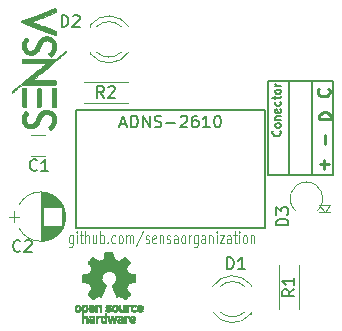
<source format=gto>
G04 #@! TF.FileFunction,Legend,Top*
%FSLAX46Y46*%
G04 Gerber Fmt 4.6, Leading zero omitted, Abs format (unit mm)*
G04 Created by KiCad (PCBNEW 4.0.7-e2-6376~58~ubuntu16.04.1) date Mon May 21 22:34:23 2018*
%MOMM*%
%LPD*%
G01*
G04 APERTURE LIST*
%ADD10C,0.100000*%
%ADD11C,0.125000*%
%ADD12C,0.200000*%
%ADD13C,0.250000*%
%ADD14C,0.120000*%
%ADD15C,0.150000*%
%ADD16C,0.010000*%
G04 APERTURE END LIST*
D10*
D11*
X159716670Y-89848214D02*
X159716670Y-90657738D01*
X159683336Y-90752976D01*
X159650003Y-90800595D01*
X159583336Y-90848214D01*
X159483336Y-90848214D01*
X159416670Y-90800595D01*
X159716670Y-90467262D02*
X159650003Y-90514881D01*
X159516670Y-90514881D01*
X159450003Y-90467262D01*
X159416670Y-90419643D01*
X159383336Y-90324405D01*
X159383336Y-90038690D01*
X159416670Y-89943452D01*
X159450003Y-89895833D01*
X159516670Y-89848214D01*
X159650003Y-89848214D01*
X159716670Y-89895833D01*
X160050003Y-90514881D02*
X160050003Y-89848214D01*
X160050003Y-89514881D02*
X160016669Y-89562500D01*
X160050003Y-89610119D01*
X160083336Y-89562500D01*
X160050003Y-89514881D01*
X160050003Y-89610119D01*
X160283336Y-89848214D02*
X160550002Y-89848214D01*
X160383336Y-89514881D02*
X160383336Y-90372024D01*
X160416669Y-90467262D01*
X160483336Y-90514881D01*
X160550002Y-90514881D01*
X160783336Y-90514881D02*
X160783336Y-89514881D01*
X161083336Y-90514881D02*
X161083336Y-89991071D01*
X161050002Y-89895833D01*
X160983336Y-89848214D01*
X160883336Y-89848214D01*
X160816669Y-89895833D01*
X160783336Y-89943452D01*
X161716669Y-89848214D02*
X161716669Y-90514881D01*
X161416669Y-89848214D02*
X161416669Y-90372024D01*
X161450002Y-90467262D01*
X161516669Y-90514881D01*
X161616669Y-90514881D01*
X161683335Y-90467262D01*
X161716669Y-90419643D01*
X162050002Y-90514881D02*
X162050002Y-89514881D01*
X162050002Y-89895833D02*
X162116668Y-89848214D01*
X162250002Y-89848214D01*
X162316668Y-89895833D01*
X162350002Y-89943452D01*
X162383335Y-90038690D01*
X162383335Y-90324405D01*
X162350002Y-90419643D01*
X162316668Y-90467262D01*
X162250002Y-90514881D01*
X162116668Y-90514881D01*
X162050002Y-90467262D01*
X162683335Y-90419643D02*
X162716668Y-90467262D01*
X162683335Y-90514881D01*
X162650001Y-90467262D01*
X162683335Y-90419643D01*
X162683335Y-90514881D01*
X163316668Y-90467262D02*
X163250001Y-90514881D01*
X163116668Y-90514881D01*
X163050001Y-90467262D01*
X163016668Y-90419643D01*
X162983334Y-90324405D01*
X162983334Y-90038690D01*
X163016668Y-89943452D01*
X163050001Y-89895833D01*
X163116668Y-89848214D01*
X163250001Y-89848214D01*
X163316668Y-89895833D01*
X163716668Y-90514881D02*
X163650001Y-90467262D01*
X163616668Y-90419643D01*
X163583334Y-90324405D01*
X163583334Y-90038690D01*
X163616668Y-89943452D01*
X163650001Y-89895833D01*
X163716668Y-89848214D01*
X163816668Y-89848214D01*
X163883334Y-89895833D01*
X163916668Y-89943452D01*
X163950001Y-90038690D01*
X163950001Y-90324405D01*
X163916668Y-90419643D01*
X163883334Y-90467262D01*
X163816668Y-90514881D01*
X163716668Y-90514881D01*
X164250001Y-90514881D02*
X164250001Y-89848214D01*
X164250001Y-89943452D02*
X164283334Y-89895833D01*
X164350001Y-89848214D01*
X164450001Y-89848214D01*
X164516667Y-89895833D01*
X164550001Y-89991071D01*
X164550001Y-90514881D01*
X164550001Y-89991071D02*
X164583334Y-89895833D01*
X164650001Y-89848214D01*
X164750001Y-89848214D01*
X164816667Y-89895833D01*
X164850001Y-89991071D01*
X164850001Y-90514881D01*
X165683334Y-89467262D02*
X165083334Y-90752976D01*
X165883333Y-90467262D02*
X165950000Y-90514881D01*
X166083333Y-90514881D01*
X166150000Y-90467262D01*
X166183333Y-90372024D01*
X166183333Y-90324405D01*
X166150000Y-90229167D01*
X166083333Y-90181548D01*
X165983333Y-90181548D01*
X165916667Y-90133929D01*
X165883333Y-90038690D01*
X165883333Y-89991071D01*
X165916667Y-89895833D01*
X165983333Y-89848214D01*
X166083333Y-89848214D01*
X166150000Y-89895833D01*
X166750000Y-90467262D02*
X166683334Y-90514881D01*
X166550000Y-90514881D01*
X166483334Y-90467262D01*
X166450000Y-90372024D01*
X166450000Y-89991071D01*
X166483334Y-89895833D01*
X166550000Y-89848214D01*
X166683334Y-89848214D01*
X166750000Y-89895833D01*
X166783334Y-89991071D01*
X166783334Y-90086310D01*
X166450000Y-90181548D01*
X167083334Y-89848214D02*
X167083334Y-90514881D01*
X167083334Y-89943452D02*
X167116667Y-89895833D01*
X167183334Y-89848214D01*
X167283334Y-89848214D01*
X167350000Y-89895833D01*
X167383334Y-89991071D01*
X167383334Y-90514881D01*
X167683333Y-90467262D02*
X167750000Y-90514881D01*
X167883333Y-90514881D01*
X167950000Y-90467262D01*
X167983333Y-90372024D01*
X167983333Y-90324405D01*
X167950000Y-90229167D01*
X167883333Y-90181548D01*
X167783333Y-90181548D01*
X167716667Y-90133929D01*
X167683333Y-90038690D01*
X167683333Y-89991071D01*
X167716667Y-89895833D01*
X167783333Y-89848214D01*
X167883333Y-89848214D01*
X167950000Y-89895833D01*
X168583334Y-90514881D02*
X168583334Y-89991071D01*
X168550000Y-89895833D01*
X168483334Y-89848214D01*
X168350000Y-89848214D01*
X168283334Y-89895833D01*
X168583334Y-90467262D02*
X168516667Y-90514881D01*
X168350000Y-90514881D01*
X168283334Y-90467262D01*
X168250000Y-90372024D01*
X168250000Y-90276786D01*
X168283334Y-90181548D01*
X168350000Y-90133929D01*
X168516667Y-90133929D01*
X168583334Y-90086310D01*
X169016667Y-90514881D02*
X168950000Y-90467262D01*
X168916667Y-90419643D01*
X168883333Y-90324405D01*
X168883333Y-90038690D01*
X168916667Y-89943452D01*
X168950000Y-89895833D01*
X169016667Y-89848214D01*
X169116667Y-89848214D01*
X169183333Y-89895833D01*
X169216667Y-89943452D01*
X169250000Y-90038690D01*
X169250000Y-90324405D01*
X169216667Y-90419643D01*
X169183333Y-90467262D01*
X169116667Y-90514881D01*
X169016667Y-90514881D01*
X169550000Y-90514881D02*
X169550000Y-89848214D01*
X169550000Y-90038690D02*
X169583333Y-89943452D01*
X169616666Y-89895833D01*
X169683333Y-89848214D01*
X169750000Y-89848214D01*
X170283333Y-89848214D02*
X170283333Y-90657738D01*
X170249999Y-90752976D01*
X170216666Y-90800595D01*
X170149999Y-90848214D01*
X170049999Y-90848214D01*
X169983333Y-90800595D01*
X170283333Y-90467262D02*
X170216666Y-90514881D01*
X170083333Y-90514881D01*
X170016666Y-90467262D01*
X169983333Y-90419643D01*
X169949999Y-90324405D01*
X169949999Y-90038690D01*
X169983333Y-89943452D01*
X170016666Y-89895833D01*
X170083333Y-89848214D01*
X170216666Y-89848214D01*
X170283333Y-89895833D01*
X170916666Y-90514881D02*
X170916666Y-89991071D01*
X170883332Y-89895833D01*
X170816666Y-89848214D01*
X170683332Y-89848214D01*
X170616666Y-89895833D01*
X170916666Y-90467262D02*
X170849999Y-90514881D01*
X170683332Y-90514881D01*
X170616666Y-90467262D01*
X170583332Y-90372024D01*
X170583332Y-90276786D01*
X170616666Y-90181548D01*
X170683332Y-90133929D01*
X170849999Y-90133929D01*
X170916666Y-90086310D01*
X171249999Y-89848214D02*
X171249999Y-90514881D01*
X171249999Y-89943452D02*
X171283332Y-89895833D01*
X171349999Y-89848214D01*
X171449999Y-89848214D01*
X171516665Y-89895833D01*
X171549999Y-89991071D01*
X171549999Y-90514881D01*
X171883332Y-90514881D02*
X171883332Y-89848214D01*
X171883332Y-89514881D02*
X171849998Y-89562500D01*
X171883332Y-89610119D01*
X171916665Y-89562500D01*
X171883332Y-89514881D01*
X171883332Y-89610119D01*
X172149998Y-89848214D02*
X172516665Y-89848214D01*
X172149998Y-90514881D01*
X172516665Y-90514881D01*
X173083332Y-90514881D02*
X173083332Y-89991071D01*
X173049998Y-89895833D01*
X172983332Y-89848214D01*
X172849998Y-89848214D01*
X172783332Y-89895833D01*
X173083332Y-90467262D02*
X173016665Y-90514881D01*
X172849998Y-90514881D01*
X172783332Y-90467262D01*
X172749998Y-90372024D01*
X172749998Y-90276786D01*
X172783332Y-90181548D01*
X172849998Y-90133929D01*
X173016665Y-90133929D01*
X173083332Y-90086310D01*
X173316665Y-89848214D02*
X173583331Y-89848214D01*
X173416665Y-89514881D02*
X173416665Y-90372024D01*
X173449998Y-90467262D01*
X173516665Y-90514881D01*
X173583331Y-90514881D01*
X173816665Y-90514881D02*
X173816665Y-89848214D01*
X173816665Y-89514881D02*
X173783331Y-89562500D01*
X173816665Y-89610119D01*
X173849998Y-89562500D01*
X173816665Y-89514881D01*
X173816665Y-89610119D01*
X174249998Y-90514881D02*
X174183331Y-90467262D01*
X174149998Y-90419643D01*
X174116664Y-90324405D01*
X174116664Y-90038690D01*
X174149998Y-89943452D01*
X174183331Y-89895833D01*
X174249998Y-89848214D01*
X174349998Y-89848214D01*
X174416664Y-89895833D01*
X174449998Y-89943452D01*
X174483331Y-90038690D01*
X174483331Y-90324405D01*
X174449998Y-90419643D01*
X174416664Y-90467262D01*
X174349998Y-90514881D01*
X174249998Y-90514881D01*
X174783331Y-89848214D02*
X174783331Y-90514881D01*
X174783331Y-89943452D02*
X174816664Y-89895833D01*
X174883331Y-89848214D01*
X174983331Y-89848214D01*
X175049997Y-89895833D01*
X175083331Y-89991071D01*
X175083331Y-90514881D01*
D12*
X176250000Y-84750000D02*
X181750000Y-84750000D01*
X176250000Y-76750000D02*
X176250000Y-84750000D01*
X181750000Y-76750000D02*
X176250000Y-76750000D01*
X181750000Y-84750000D02*
X181750000Y-76750000D01*
X179750000Y-84750000D02*
X181750000Y-84750000D01*
D13*
X181357143Y-77440476D02*
X181404762Y-77488095D01*
X181452381Y-77630952D01*
X181452381Y-77726190D01*
X181404762Y-77869048D01*
X181309524Y-77964286D01*
X181214286Y-78011905D01*
X181023810Y-78059524D01*
X180880952Y-78059524D01*
X180690476Y-78011905D01*
X180595238Y-77964286D01*
X180500000Y-77869048D01*
X180452381Y-77726190D01*
X180452381Y-77630952D01*
X180500000Y-77488095D01*
X180547619Y-77440476D01*
X180547619Y-80011905D02*
X181547619Y-80011905D01*
X181547619Y-79773810D01*
X181500000Y-79630952D01*
X181404762Y-79535714D01*
X181309524Y-79488095D01*
X181119048Y-79440476D01*
X180976190Y-79440476D01*
X180785714Y-79488095D01*
X180690476Y-79535714D01*
X180595238Y-79630952D01*
X180547619Y-79773810D01*
X180547619Y-80011905D01*
X181071429Y-81369048D02*
X181071429Y-82130953D01*
X181380952Y-83821429D02*
X180619047Y-83821429D01*
X180999999Y-84202381D02*
X180999999Y-83440476D01*
D14*
X156163000Y-81389000D02*
X157337000Y-81389000D01*
X156163000Y-83111000D02*
X157337000Y-83111000D01*
X158846436Y-87270830D02*
G75*
G03X155154004Y-87270000I-1846436J-979170D01*
G01*
X158846436Y-89229170D02*
G75*
G02X155154004Y-89230000I-1846436J979170D01*
G01*
X158846436Y-89229170D02*
G75*
G03X158845996Y-87270000I-1846436J979170D01*
G01*
X157000000Y-86200000D02*
X157000000Y-90300000D01*
X157040000Y-86200000D02*
X157040000Y-90300000D01*
X157080000Y-86201000D02*
X157080000Y-90299000D01*
X157120000Y-86203000D02*
X157120000Y-90297000D01*
X157160000Y-86206000D02*
X157160000Y-90294000D01*
X157200000Y-86209000D02*
X157200000Y-90291000D01*
X157240000Y-86213000D02*
X157240000Y-87470000D01*
X157240000Y-89030000D02*
X157240000Y-90287000D01*
X157280000Y-86218000D02*
X157280000Y-87470000D01*
X157280000Y-89030000D02*
X157280000Y-90282000D01*
X157320000Y-86224000D02*
X157320000Y-87470000D01*
X157320000Y-89030000D02*
X157320000Y-90276000D01*
X157360000Y-86231000D02*
X157360000Y-87470000D01*
X157360000Y-89030000D02*
X157360000Y-90269000D01*
X157400000Y-86238000D02*
X157400000Y-87470000D01*
X157400000Y-89030000D02*
X157400000Y-90262000D01*
X157440000Y-86246000D02*
X157440000Y-87470000D01*
X157440000Y-89030000D02*
X157440000Y-90254000D01*
X157480000Y-86255000D02*
X157480000Y-87470000D01*
X157480000Y-89030000D02*
X157480000Y-90245000D01*
X157520000Y-86265000D02*
X157520000Y-87470000D01*
X157520000Y-89030000D02*
X157520000Y-90235000D01*
X157560000Y-86276000D02*
X157560000Y-87470000D01*
X157560000Y-89030000D02*
X157560000Y-90224000D01*
X157600000Y-86287000D02*
X157600000Y-87470000D01*
X157600000Y-89030000D02*
X157600000Y-90213000D01*
X157640000Y-86300000D02*
X157640000Y-87470000D01*
X157640000Y-89030000D02*
X157640000Y-90200000D01*
X157680000Y-86313000D02*
X157680000Y-87470000D01*
X157680000Y-89030000D02*
X157680000Y-90187000D01*
X157721000Y-86327000D02*
X157721000Y-87470000D01*
X157721000Y-89030000D02*
X157721000Y-90173000D01*
X157761000Y-86343000D02*
X157761000Y-87470000D01*
X157761000Y-89030000D02*
X157761000Y-90157000D01*
X157801000Y-86359000D02*
X157801000Y-87470000D01*
X157801000Y-89030000D02*
X157801000Y-90141000D01*
X157841000Y-86376000D02*
X157841000Y-87470000D01*
X157841000Y-89030000D02*
X157841000Y-90124000D01*
X157881000Y-86394000D02*
X157881000Y-87470000D01*
X157881000Y-89030000D02*
X157881000Y-90106000D01*
X157921000Y-86413000D02*
X157921000Y-87470000D01*
X157921000Y-89030000D02*
X157921000Y-90087000D01*
X157961000Y-86433000D02*
X157961000Y-87470000D01*
X157961000Y-89030000D02*
X157961000Y-90067000D01*
X158001000Y-86454000D02*
X158001000Y-87470000D01*
X158001000Y-89030000D02*
X158001000Y-90046000D01*
X158041000Y-86477000D02*
X158041000Y-87470000D01*
X158041000Y-89030000D02*
X158041000Y-90023000D01*
X158081000Y-86500000D02*
X158081000Y-87470000D01*
X158081000Y-89030000D02*
X158081000Y-90000000D01*
X158121000Y-86525000D02*
X158121000Y-87470000D01*
X158121000Y-89030000D02*
X158121000Y-89975000D01*
X158161000Y-86551000D02*
X158161000Y-87470000D01*
X158161000Y-89030000D02*
X158161000Y-89949000D01*
X158201000Y-86578000D02*
X158201000Y-87470000D01*
X158201000Y-89030000D02*
X158201000Y-89922000D01*
X158241000Y-86607000D02*
X158241000Y-87470000D01*
X158241000Y-89030000D02*
X158241000Y-89893000D01*
X158281000Y-86637000D02*
X158281000Y-87470000D01*
X158281000Y-89030000D02*
X158281000Y-89863000D01*
X158321000Y-86669000D02*
X158321000Y-87470000D01*
X158321000Y-89030000D02*
X158321000Y-89831000D01*
X158361000Y-86703000D02*
X158361000Y-87470000D01*
X158361000Y-89030000D02*
X158361000Y-89797000D01*
X158401000Y-86738000D02*
X158401000Y-87470000D01*
X158401000Y-89030000D02*
X158401000Y-89762000D01*
X158441000Y-86775000D02*
X158441000Y-87470000D01*
X158441000Y-89030000D02*
X158441000Y-89725000D01*
X158481000Y-86814000D02*
X158481000Y-87470000D01*
X158481000Y-89030000D02*
X158481000Y-89686000D01*
X158521000Y-86855000D02*
X158521000Y-87470000D01*
X158521000Y-89030000D02*
X158521000Y-89645000D01*
X158561000Y-86899000D02*
X158561000Y-87470000D01*
X158561000Y-89030000D02*
X158561000Y-89601000D01*
X158601000Y-86945000D02*
X158601000Y-87470000D01*
X158601000Y-89030000D02*
X158601000Y-89555000D01*
X158641000Y-86994000D02*
X158641000Y-87470000D01*
X158641000Y-89030000D02*
X158641000Y-89506000D01*
X158681000Y-87046000D02*
X158681000Y-87470000D01*
X158681000Y-89030000D02*
X158681000Y-89454000D01*
X158721000Y-87102000D02*
X158721000Y-87470000D01*
X158721000Y-89030000D02*
X158721000Y-89398000D01*
X158761000Y-87162000D02*
X158761000Y-87470000D01*
X158761000Y-89030000D02*
X158761000Y-89338000D01*
X158801000Y-87227000D02*
X158801000Y-89273000D01*
X158841000Y-87298000D02*
X158841000Y-89202000D01*
X158881000Y-87376000D02*
X158881000Y-89124000D01*
X158921000Y-87464000D02*
X158921000Y-89036000D01*
X158961000Y-87564000D02*
X158961000Y-88936000D01*
X159001000Y-87683000D02*
X159001000Y-88817000D01*
X159041000Y-87835000D02*
X159041000Y-88665000D01*
X159081000Y-88085000D02*
X159081000Y-88415000D01*
X154300000Y-88250000D02*
X155200000Y-88250000D01*
X154750000Y-87800000D02*
X154750000Y-88700000D01*
X171557665Y-96328608D02*
G75*
G03X174790000Y-96485516I1672335J1078608D01*
G01*
X171557665Y-94171392D02*
G75*
G02X174790000Y-94014484I1672335J-1078608D01*
G01*
X172188870Y-96329837D02*
G75*
G03X174270961Y-96330000I1041130J1079837D01*
G01*
X172188870Y-94170163D02*
G75*
G02X174270961Y-94170000I1041130J-1079837D01*
G01*
X174790000Y-96486000D02*
X174790000Y-96330000D01*
X174790000Y-94170000D02*
X174790000Y-94014000D01*
X164442335Y-72171392D02*
G75*
G03X161210000Y-72014484I-1672335J-1078608D01*
G01*
X164442335Y-74328608D02*
G75*
G02X161210000Y-74485516I-1672335J1078608D01*
G01*
X163811130Y-72170163D02*
G75*
G03X161729039Y-72170000I-1041130J-1079837D01*
G01*
X163811130Y-74329837D02*
G75*
G02X161729039Y-74330000I-1041130J1079837D01*
G01*
X161210000Y-72014000D02*
X161210000Y-72170000D01*
X161210000Y-74330000D02*
X161210000Y-74486000D01*
X180580000Y-87853000D02*
X181469000Y-87853000D01*
X181024500Y-87853000D02*
X180580000Y-87260333D01*
X180580000Y-87260333D02*
X181469000Y-87260333D01*
X181469000Y-87260333D02*
X181024500Y-87853000D01*
X180433270Y-87740633D02*
G75*
G03X178600000Y-87769811I-933270J1030633D01*
G01*
X177140000Y-96070000D02*
X177140000Y-92350000D01*
X178860000Y-96070000D02*
X178860000Y-92350000D01*
X160680000Y-76890000D02*
X164400000Y-76890000D01*
X160680000Y-78610000D02*
X164400000Y-78610000D01*
D15*
X178000000Y-84750000D02*
X178000000Y-76750000D01*
X178000000Y-76750000D02*
X180000000Y-76750000D01*
X180000000Y-76750000D02*
X180000000Y-84750000D01*
X180000000Y-84750000D02*
X178000000Y-84750000D01*
X176000000Y-88750000D02*
X176000000Y-89250000D01*
X176000000Y-89250000D02*
X160000000Y-89250000D01*
X160000000Y-89250000D02*
X160000000Y-88750000D01*
X176000000Y-79750000D02*
X176000000Y-79250000D01*
X176000000Y-79250000D02*
X160000000Y-79250000D01*
X160000000Y-79250000D02*
X160000000Y-79750000D01*
X160000000Y-88750000D02*
X160000000Y-79750000D01*
X176000000Y-79750000D02*
X176000000Y-88750000D01*
D16*
G36*
X160841241Y-95719184D02*
X160867753Y-95732282D01*
X160900447Y-95755106D01*
X160924275Y-95779996D01*
X160940594Y-95811249D01*
X160950760Y-95853166D01*
X160956128Y-95910044D01*
X160958056Y-95986184D01*
X160958169Y-96018917D01*
X160957839Y-96090656D01*
X160956473Y-96141927D01*
X160953500Y-96177404D01*
X160948351Y-96201763D01*
X160940457Y-96219680D01*
X160932243Y-96231902D01*
X160879813Y-96283905D01*
X160818070Y-96315184D01*
X160751464Y-96324592D01*
X160684442Y-96310980D01*
X160663208Y-96301354D01*
X160612376Y-96274859D01*
X160612376Y-96690052D01*
X160649475Y-96670868D01*
X160698357Y-96656025D01*
X160758439Y-96652222D01*
X160818436Y-96659243D01*
X160863744Y-96675013D01*
X160901325Y-96705047D01*
X160933436Y-96748024D01*
X160935850Y-96752436D01*
X160946033Y-96773221D01*
X160953470Y-96794170D01*
X160958589Y-96819548D01*
X160961819Y-96853618D01*
X160963587Y-96900641D01*
X160964323Y-96964882D01*
X160964456Y-97037176D01*
X160964456Y-97267822D01*
X160826139Y-97267822D01*
X160826139Y-96842533D01*
X160787451Y-96809979D01*
X160747262Y-96783940D01*
X160709203Y-96779205D01*
X160670934Y-96791389D01*
X160650538Y-96803320D01*
X160635358Y-96820313D01*
X160624562Y-96845995D01*
X160617317Y-96883991D01*
X160612792Y-96937926D01*
X160610156Y-97011425D01*
X160609228Y-97060347D01*
X160606089Y-97261535D01*
X160540074Y-97265336D01*
X160474060Y-97269136D01*
X160474060Y-96020650D01*
X160612376Y-96020650D01*
X160615903Y-96090254D01*
X160627785Y-96138569D01*
X160649980Y-96168631D01*
X160684441Y-96183471D01*
X160719258Y-96186436D01*
X160758671Y-96183028D01*
X160784829Y-96169617D01*
X160801186Y-96151896D01*
X160814063Y-96132835D01*
X160821728Y-96111601D01*
X160825139Y-96081849D01*
X160825251Y-96037236D01*
X160824103Y-95999880D01*
X160821468Y-95943604D01*
X160817544Y-95906658D01*
X160810937Y-95883223D01*
X160800251Y-95867480D01*
X160790167Y-95858380D01*
X160748030Y-95838537D01*
X160698160Y-95835332D01*
X160669524Y-95842168D01*
X160641172Y-95866464D01*
X160622391Y-95913728D01*
X160613288Y-95983624D01*
X160612376Y-96020650D01*
X160474060Y-96020650D01*
X160474060Y-95708614D01*
X160543218Y-95708614D01*
X160584740Y-95710256D01*
X160606162Y-95716087D01*
X160612374Y-95727461D01*
X160612376Y-95727798D01*
X160615258Y-95738938D01*
X160627970Y-95737673D01*
X160653243Y-95725433D01*
X160712131Y-95706707D01*
X160778385Y-95704739D01*
X160841241Y-95719184D01*
X160841241Y-95719184D01*
G37*
X160841241Y-95719184D02*
X160867753Y-95732282D01*
X160900447Y-95755106D01*
X160924275Y-95779996D01*
X160940594Y-95811249D01*
X160950760Y-95853166D01*
X160956128Y-95910044D01*
X160958056Y-95986184D01*
X160958169Y-96018917D01*
X160957839Y-96090656D01*
X160956473Y-96141927D01*
X160953500Y-96177404D01*
X160948351Y-96201763D01*
X160940457Y-96219680D01*
X160932243Y-96231902D01*
X160879813Y-96283905D01*
X160818070Y-96315184D01*
X160751464Y-96324592D01*
X160684442Y-96310980D01*
X160663208Y-96301354D01*
X160612376Y-96274859D01*
X160612376Y-96690052D01*
X160649475Y-96670868D01*
X160698357Y-96656025D01*
X160758439Y-96652222D01*
X160818436Y-96659243D01*
X160863744Y-96675013D01*
X160901325Y-96705047D01*
X160933436Y-96748024D01*
X160935850Y-96752436D01*
X160946033Y-96773221D01*
X160953470Y-96794170D01*
X160958589Y-96819548D01*
X160961819Y-96853618D01*
X160963587Y-96900641D01*
X160964323Y-96964882D01*
X160964456Y-97037176D01*
X160964456Y-97267822D01*
X160826139Y-97267822D01*
X160826139Y-96842533D01*
X160787451Y-96809979D01*
X160747262Y-96783940D01*
X160709203Y-96779205D01*
X160670934Y-96791389D01*
X160650538Y-96803320D01*
X160635358Y-96820313D01*
X160624562Y-96845995D01*
X160617317Y-96883991D01*
X160612792Y-96937926D01*
X160610156Y-97011425D01*
X160609228Y-97060347D01*
X160606089Y-97261535D01*
X160540074Y-97265336D01*
X160474060Y-97269136D01*
X160474060Y-96020650D01*
X160612376Y-96020650D01*
X160615903Y-96090254D01*
X160627785Y-96138569D01*
X160649980Y-96168631D01*
X160684441Y-96183471D01*
X160719258Y-96186436D01*
X160758671Y-96183028D01*
X160784829Y-96169617D01*
X160801186Y-96151896D01*
X160814063Y-96132835D01*
X160821728Y-96111601D01*
X160825139Y-96081849D01*
X160825251Y-96037236D01*
X160824103Y-95999880D01*
X160821468Y-95943604D01*
X160817544Y-95906658D01*
X160810937Y-95883223D01*
X160800251Y-95867480D01*
X160790167Y-95858380D01*
X160748030Y-95838537D01*
X160698160Y-95835332D01*
X160669524Y-95842168D01*
X160641172Y-95866464D01*
X160622391Y-95913728D01*
X160613288Y-95983624D01*
X160612376Y-96020650D01*
X160474060Y-96020650D01*
X160474060Y-95708614D01*
X160543218Y-95708614D01*
X160584740Y-95710256D01*
X160606162Y-95716087D01*
X160612374Y-95727461D01*
X160612376Y-95727798D01*
X160615258Y-95738938D01*
X160627970Y-95737673D01*
X160653243Y-95725433D01*
X160712131Y-95706707D01*
X160778385Y-95704739D01*
X160841241Y-95719184D01*
G36*
X161365790Y-96656555D02*
X161424945Y-96672339D01*
X161469977Y-96700948D01*
X161501754Y-96738419D01*
X161511634Y-96754411D01*
X161518927Y-96771163D01*
X161524026Y-96792592D01*
X161527321Y-96822616D01*
X161529203Y-96865154D01*
X161530063Y-96924122D01*
X161530293Y-97003440D01*
X161530297Y-97024484D01*
X161530297Y-97267822D01*
X161469941Y-97267822D01*
X161431443Y-97265126D01*
X161402977Y-97258295D01*
X161395845Y-97254083D01*
X161376348Y-97246813D01*
X161356434Y-97254083D01*
X161323647Y-97263160D01*
X161276022Y-97266813D01*
X161223236Y-97265228D01*
X161174964Y-97258589D01*
X161146782Y-97250072D01*
X161092247Y-97215063D01*
X161058165Y-97166479D01*
X161042843Y-97101882D01*
X161042701Y-97100223D01*
X161044045Y-97071566D01*
X161165644Y-97071566D01*
X161176274Y-97104161D01*
X161193590Y-97122505D01*
X161228348Y-97136379D01*
X161274227Y-97141917D01*
X161321012Y-97139191D01*
X161358486Y-97128274D01*
X161368985Y-97121269D01*
X161387332Y-97088904D01*
X161391980Y-97052111D01*
X161391980Y-97003763D01*
X161322418Y-97003763D01*
X161256333Y-97008850D01*
X161206236Y-97023263D01*
X161175071Y-97045729D01*
X161165644Y-97071566D01*
X161044045Y-97071566D01*
X161046013Y-97029647D01*
X161069290Y-96973845D01*
X161113052Y-96931647D01*
X161119101Y-96927808D01*
X161145093Y-96915309D01*
X161177265Y-96907740D01*
X161222240Y-96904061D01*
X161275669Y-96903216D01*
X161391980Y-96903169D01*
X161391980Y-96854411D01*
X161387047Y-96816581D01*
X161374457Y-96791236D01*
X161372983Y-96789887D01*
X161344966Y-96778800D01*
X161302674Y-96774503D01*
X161255936Y-96776615D01*
X161214582Y-96784756D01*
X161190043Y-96796965D01*
X161176747Y-96806746D01*
X161162706Y-96808613D01*
X161143329Y-96800600D01*
X161114024Y-96780739D01*
X161070197Y-96747063D01*
X161066175Y-96743909D01*
X161068236Y-96732236D01*
X161085432Y-96712822D01*
X161111567Y-96691248D01*
X161140448Y-96673096D01*
X161149522Y-96668809D01*
X161182620Y-96660256D01*
X161231120Y-96654155D01*
X161285305Y-96651708D01*
X161287839Y-96651703D01*
X161365790Y-96656555D01*
X161365790Y-96656555D01*
G37*
X161365790Y-96656555D02*
X161424945Y-96672339D01*
X161469977Y-96700948D01*
X161501754Y-96738419D01*
X161511634Y-96754411D01*
X161518927Y-96771163D01*
X161524026Y-96792592D01*
X161527321Y-96822616D01*
X161529203Y-96865154D01*
X161530063Y-96924122D01*
X161530293Y-97003440D01*
X161530297Y-97024484D01*
X161530297Y-97267822D01*
X161469941Y-97267822D01*
X161431443Y-97265126D01*
X161402977Y-97258295D01*
X161395845Y-97254083D01*
X161376348Y-97246813D01*
X161356434Y-97254083D01*
X161323647Y-97263160D01*
X161276022Y-97266813D01*
X161223236Y-97265228D01*
X161174964Y-97258589D01*
X161146782Y-97250072D01*
X161092247Y-97215063D01*
X161058165Y-97166479D01*
X161042843Y-97101882D01*
X161042701Y-97100223D01*
X161044045Y-97071566D01*
X161165644Y-97071566D01*
X161176274Y-97104161D01*
X161193590Y-97122505D01*
X161228348Y-97136379D01*
X161274227Y-97141917D01*
X161321012Y-97139191D01*
X161358486Y-97128274D01*
X161368985Y-97121269D01*
X161387332Y-97088904D01*
X161391980Y-97052111D01*
X161391980Y-97003763D01*
X161322418Y-97003763D01*
X161256333Y-97008850D01*
X161206236Y-97023263D01*
X161175071Y-97045729D01*
X161165644Y-97071566D01*
X161044045Y-97071566D01*
X161046013Y-97029647D01*
X161069290Y-96973845D01*
X161113052Y-96931647D01*
X161119101Y-96927808D01*
X161145093Y-96915309D01*
X161177265Y-96907740D01*
X161222240Y-96904061D01*
X161275669Y-96903216D01*
X161391980Y-96903169D01*
X161391980Y-96854411D01*
X161387047Y-96816581D01*
X161374457Y-96791236D01*
X161372983Y-96789887D01*
X161344966Y-96778800D01*
X161302674Y-96774503D01*
X161255936Y-96776615D01*
X161214582Y-96784756D01*
X161190043Y-96796965D01*
X161176747Y-96806746D01*
X161162706Y-96808613D01*
X161143329Y-96800600D01*
X161114024Y-96780739D01*
X161070197Y-96747063D01*
X161066175Y-96743909D01*
X161068236Y-96732236D01*
X161085432Y-96712822D01*
X161111567Y-96691248D01*
X161140448Y-96673096D01*
X161149522Y-96668809D01*
X161182620Y-96660256D01*
X161231120Y-96654155D01*
X161285305Y-96651708D01*
X161287839Y-96651703D01*
X161365790Y-96656555D01*
G36*
X161756644Y-96653020D02*
X161775461Y-96658660D01*
X161781527Y-96671053D01*
X161781782Y-96676647D01*
X161782871Y-96692230D01*
X161790368Y-96694676D01*
X161810619Y-96683993D01*
X161822649Y-96676694D01*
X161860600Y-96661063D01*
X161905928Y-96653334D01*
X161953456Y-96652740D01*
X161998005Y-96658513D01*
X162034398Y-96669884D01*
X162057457Y-96686088D01*
X162062004Y-96706355D01*
X162059709Y-96711843D01*
X162042980Y-96734626D01*
X162017037Y-96762647D01*
X162012345Y-96767177D01*
X161987617Y-96788005D01*
X161966282Y-96794735D01*
X161936445Y-96790038D01*
X161924492Y-96786917D01*
X161887295Y-96779421D01*
X161861141Y-96782792D01*
X161839054Y-96794681D01*
X161818822Y-96810635D01*
X161803921Y-96830700D01*
X161793566Y-96858702D01*
X161786971Y-96898467D01*
X161783351Y-96953823D01*
X161781922Y-97028594D01*
X161781782Y-97073740D01*
X161781782Y-97267822D01*
X161656040Y-97267822D01*
X161656040Y-96651683D01*
X161718911Y-96651683D01*
X161756644Y-96653020D01*
X161756644Y-96653020D01*
G37*
X161756644Y-96653020D02*
X161775461Y-96658660D01*
X161781527Y-96671053D01*
X161781782Y-96676647D01*
X161782871Y-96692230D01*
X161790368Y-96694676D01*
X161810619Y-96683993D01*
X161822649Y-96676694D01*
X161860600Y-96661063D01*
X161905928Y-96653334D01*
X161953456Y-96652740D01*
X161998005Y-96658513D01*
X162034398Y-96669884D01*
X162057457Y-96686088D01*
X162062004Y-96706355D01*
X162059709Y-96711843D01*
X162042980Y-96734626D01*
X162017037Y-96762647D01*
X162012345Y-96767177D01*
X161987617Y-96788005D01*
X161966282Y-96794735D01*
X161936445Y-96790038D01*
X161924492Y-96786917D01*
X161887295Y-96779421D01*
X161861141Y-96782792D01*
X161839054Y-96794681D01*
X161818822Y-96810635D01*
X161803921Y-96830700D01*
X161793566Y-96858702D01*
X161786971Y-96898467D01*
X161783351Y-96953823D01*
X161781922Y-97028594D01*
X161781782Y-97073740D01*
X161781782Y-97267822D01*
X161656040Y-97267822D01*
X161656040Y-96651683D01*
X161718911Y-96651683D01*
X161756644Y-96653020D01*
G36*
X162548812Y-97267822D02*
X162479654Y-97267822D01*
X162439512Y-97266645D01*
X162418606Y-97261772D01*
X162411078Y-97251186D01*
X162410495Y-97244029D01*
X162409226Y-97229676D01*
X162401221Y-97226923D01*
X162380185Y-97235771D01*
X162363827Y-97244029D01*
X162301023Y-97263597D01*
X162232752Y-97264729D01*
X162177248Y-97250135D01*
X162125562Y-97214877D01*
X162086162Y-97162835D01*
X162064587Y-97101450D01*
X162064038Y-97098018D01*
X162060833Y-97060571D01*
X162059239Y-97006813D01*
X162059367Y-96966155D01*
X162196721Y-96966155D01*
X162199903Y-97020194D01*
X162207141Y-97064735D01*
X162216940Y-97089888D01*
X162254011Y-97124260D01*
X162298026Y-97136582D01*
X162343416Y-97126618D01*
X162382203Y-97096895D01*
X162396892Y-97076905D01*
X162405481Y-97053050D01*
X162409504Y-97018230D01*
X162410495Y-96965930D01*
X162408722Y-96914139D01*
X162404037Y-96868634D01*
X162397397Y-96838181D01*
X162396290Y-96835452D01*
X162369509Y-96803000D01*
X162330421Y-96785183D01*
X162286685Y-96782306D01*
X162245962Y-96794674D01*
X162215913Y-96822593D01*
X162212796Y-96828148D01*
X162203039Y-96862022D01*
X162197723Y-96910728D01*
X162196721Y-96966155D01*
X162059367Y-96966155D01*
X162059432Y-96945540D01*
X162060336Y-96912563D01*
X162066486Y-96830981D01*
X162079267Y-96769730D01*
X162100529Y-96724449D01*
X162132122Y-96690779D01*
X162162793Y-96671014D01*
X162205646Y-96657120D01*
X162258944Y-96652354D01*
X162313520Y-96656236D01*
X162360208Y-96668282D01*
X162384876Y-96682693D01*
X162410495Y-96705878D01*
X162410495Y-96412773D01*
X162548812Y-96412773D01*
X162548812Y-97267822D01*
X162548812Y-97267822D01*
G37*
X162548812Y-97267822D02*
X162479654Y-97267822D01*
X162439512Y-97266645D01*
X162418606Y-97261772D01*
X162411078Y-97251186D01*
X162410495Y-97244029D01*
X162409226Y-97229676D01*
X162401221Y-97226923D01*
X162380185Y-97235771D01*
X162363827Y-97244029D01*
X162301023Y-97263597D01*
X162232752Y-97264729D01*
X162177248Y-97250135D01*
X162125562Y-97214877D01*
X162086162Y-97162835D01*
X162064587Y-97101450D01*
X162064038Y-97098018D01*
X162060833Y-97060571D01*
X162059239Y-97006813D01*
X162059367Y-96966155D01*
X162196721Y-96966155D01*
X162199903Y-97020194D01*
X162207141Y-97064735D01*
X162216940Y-97089888D01*
X162254011Y-97124260D01*
X162298026Y-97136582D01*
X162343416Y-97126618D01*
X162382203Y-97096895D01*
X162396892Y-97076905D01*
X162405481Y-97053050D01*
X162409504Y-97018230D01*
X162410495Y-96965930D01*
X162408722Y-96914139D01*
X162404037Y-96868634D01*
X162397397Y-96838181D01*
X162396290Y-96835452D01*
X162369509Y-96803000D01*
X162330421Y-96785183D01*
X162286685Y-96782306D01*
X162245962Y-96794674D01*
X162215913Y-96822593D01*
X162212796Y-96828148D01*
X162203039Y-96862022D01*
X162197723Y-96910728D01*
X162196721Y-96966155D01*
X162059367Y-96966155D01*
X162059432Y-96945540D01*
X162060336Y-96912563D01*
X162066486Y-96830981D01*
X162079267Y-96769730D01*
X162100529Y-96724449D01*
X162132122Y-96690779D01*
X162162793Y-96671014D01*
X162205646Y-96657120D01*
X162258944Y-96652354D01*
X162313520Y-96656236D01*
X162360208Y-96668282D01*
X162384876Y-96682693D01*
X162410495Y-96705878D01*
X162410495Y-96412773D01*
X162548812Y-96412773D01*
X162548812Y-97267822D01*
G36*
X163031524Y-96654237D02*
X163081255Y-96657971D01*
X163211291Y-97047773D01*
X163231678Y-96978614D01*
X163243946Y-96935874D01*
X163260085Y-96878115D01*
X163277512Y-96814625D01*
X163286726Y-96780570D01*
X163321388Y-96651683D01*
X163464391Y-96651683D01*
X163421646Y-96786857D01*
X163400596Y-96853342D01*
X163375167Y-96933539D01*
X163348610Y-97017193D01*
X163324902Y-97091782D01*
X163270902Y-97261535D01*
X163212598Y-97265328D01*
X163154295Y-97269122D01*
X163122679Y-97164734D01*
X163103182Y-97099889D01*
X163081904Y-97028400D01*
X163063308Y-96965263D01*
X163062574Y-96962750D01*
X163048684Y-96919969D01*
X163036429Y-96890779D01*
X163027846Y-96879741D01*
X163026082Y-96881018D01*
X163019891Y-96898130D01*
X163008128Y-96934787D01*
X162992225Y-96986378D01*
X162973614Y-97048294D01*
X162963543Y-97082352D01*
X162909007Y-97267822D01*
X162793264Y-97267822D01*
X162700737Y-96975471D01*
X162674744Y-96893462D01*
X162651066Y-96818987D01*
X162630820Y-96755544D01*
X162615126Y-96706632D01*
X162605102Y-96675749D01*
X162602055Y-96666726D01*
X162604467Y-96657487D01*
X162623408Y-96653441D01*
X162662823Y-96653846D01*
X162668993Y-96654152D01*
X162742086Y-96657971D01*
X162789957Y-96834010D01*
X162807553Y-96898211D01*
X162823277Y-96954649D01*
X162835746Y-96998422D01*
X162843574Y-97024630D01*
X162845020Y-97028903D01*
X162851014Y-97023990D01*
X162863101Y-96998532D01*
X162879893Y-96955997D01*
X162900003Y-96899850D01*
X162917003Y-96849130D01*
X162981794Y-96650504D01*
X163031524Y-96654237D01*
X163031524Y-96654237D01*
G37*
X163031524Y-96654237D02*
X163081255Y-96657971D01*
X163211291Y-97047773D01*
X163231678Y-96978614D01*
X163243946Y-96935874D01*
X163260085Y-96878115D01*
X163277512Y-96814625D01*
X163286726Y-96780570D01*
X163321388Y-96651683D01*
X163464391Y-96651683D01*
X163421646Y-96786857D01*
X163400596Y-96853342D01*
X163375167Y-96933539D01*
X163348610Y-97017193D01*
X163324902Y-97091782D01*
X163270902Y-97261535D01*
X163212598Y-97265328D01*
X163154295Y-97269122D01*
X163122679Y-97164734D01*
X163103182Y-97099889D01*
X163081904Y-97028400D01*
X163063308Y-96965263D01*
X163062574Y-96962750D01*
X163048684Y-96919969D01*
X163036429Y-96890779D01*
X163027846Y-96879741D01*
X163026082Y-96881018D01*
X163019891Y-96898130D01*
X163008128Y-96934787D01*
X162992225Y-96986378D01*
X162973614Y-97048294D01*
X162963543Y-97082352D01*
X162909007Y-97267822D01*
X162793264Y-97267822D01*
X162700737Y-96975471D01*
X162674744Y-96893462D01*
X162651066Y-96818987D01*
X162630820Y-96755544D01*
X162615126Y-96706632D01*
X162605102Y-96675749D01*
X162602055Y-96666726D01*
X162604467Y-96657487D01*
X162623408Y-96653441D01*
X162662823Y-96653846D01*
X162668993Y-96654152D01*
X162742086Y-96657971D01*
X162789957Y-96834010D01*
X162807553Y-96898211D01*
X162823277Y-96954649D01*
X162835746Y-96998422D01*
X162843574Y-97024630D01*
X162845020Y-97028903D01*
X162851014Y-97023990D01*
X162863101Y-96998532D01*
X162879893Y-96955997D01*
X162900003Y-96899850D01*
X162917003Y-96849130D01*
X162981794Y-96650504D01*
X163031524Y-96654237D01*
G36*
X163788411Y-96655417D02*
X163841411Y-96668290D01*
X163856731Y-96675110D01*
X163886428Y-96692974D01*
X163909220Y-96713093D01*
X163926083Y-96738962D01*
X163937998Y-96774073D01*
X163945942Y-96821920D01*
X163950894Y-96885996D01*
X163953831Y-96969794D01*
X163954947Y-97025768D01*
X163959052Y-97267822D01*
X163888932Y-97267822D01*
X163846393Y-97266038D01*
X163824476Y-97259942D01*
X163818812Y-97249706D01*
X163815821Y-97238637D01*
X163802451Y-97240754D01*
X163784233Y-97249629D01*
X163738624Y-97263233D01*
X163680007Y-97266899D01*
X163618354Y-97260903D01*
X163563638Y-97245521D01*
X163558730Y-97243386D01*
X163508723Y-97208255D01*
X163475756Y-97159419D01*
X163460587Y-97102333D01*
X163461746Y-97081824D01*
X163585508Y-97081824D01*
X163596413Y-97109425D01*
X163628745Y-97129204D01*
X163680910Y-97139819D01*
X163708787Y-97141228D01*
X163755247Y-97137620D01*
X163786129Y-97123597D01*
X163793664Y-97116931D01*
X163814076Y-97080666D01*
X163818812Y-97047773D01*
X163818812Y-97003763D01*
X163757513Y-97003763D01*
X163686256Y-97007395D01*
X163636276Y-97018818D01*
X163604696Y-97038824D01*
X163597626Y-97047743D01*
X163585508Y-97081824D01*
X163461746Y-97081824D01*
X163463971Y-97042456D01*
X163486663Y-96985244D01*
X163517624Y-96946580D01*
X163536376Y-96929864D01*
X163554733Y-96918878D01*
X163578619Y-96912180D01*
X163613957Y-96908326D01*
X163666669Y-96905873D01*
X163687577Y-96905168D01*
X163818812Y-96900879D01*
X163818620Y-96861158D01*
X163813537Y-96819405D01*
X163795162Y-96794158D01*
X163758039Y-96778030D01*
X163757043Y-96777742D01*
X163704410Y-96771400D01*
X163652906Y-96779684D01*
X163614630Y-96799827D01*
X163599272Y-96809773D01*
X163582730Y-96808397D01*
X163557275Y-96793987D01*
X163542328Y-96783817D01*
X163513091Y-96762088D01*
X163494980Y-96745800D01*
X163492074Y-96741137D01*
X163504040Y-96717005D01*
X163539396Y-96688185D01*
X163554753Y-96678461D01*
X163598901Y-96661714D01*
X163658398Y-96652227D01*
X163724487Y-96650095D01*
X163788411Y-96655417D01*
X163788411Y-96655417D01*
G37*
X163788411Y-96655417D02*
X163841411Y-96668290D01*
X163856731Y-96675110D01*
X163886428Y-96692974D01*
X163909220Y-96713093D01*
X163926083Y-96738962D01*
X163937998Y-96774073D01*
X163945942Y-96821920D01*
X163950894Y-96885996D01*
X163953831Y-96969794D01*
X163954947Y-97025768D01*
X163959052Y-97267822D01*
X163888932Y-97267822D01*
X163846393Y-97266038D01*
X163824476Y-97259942D01*
X163818812Y-97249706D01*
X163815821Y-97238637D01*
X163802451Y-97240754D01*
X163784233Y-97249629D01*
X163738624Y-97263233D01*
X163680007Y-97266899D01*
X163618354Y-97260903D01*
X163563638Y-97245521D01*
X163558730Y-97243386D01*
X163508723Y-97208255D01*
X163475756Y-97159419D01*
X163460587Y-97102333D01*
X163461746Y-97081824D01*
X163585508Y-97081824D01*
X163596413Y-97109425D01*
X163628745Y-97129204D01*
X163680910Y-97139819D01*
X163708787Y-97141228D01*
X163755247Y-97137620D01*
X163786129Y-97123597D01*
X163793664Y-97116931D01*
X163814076Y-97080666D01*
X163818812Y-97047773D01*
X163818812Y-97003763D01*
X163757513Y-97003763D01*
X163686256Y-97007395D01*
X163636276Y-97018818D01*
X163604696Y-97038824D01*
X163597626Y-97047743D01*
X163585508Y-97081824D01*
X163461746Y-97081824D01*
X163463971Y-97042456D01*
X163486663Y-96985244D01*
X163517624Y-96946580D01*
X163536376Y-96929864D01*
X163554733Y-96918878D01*
X163578619Y-96912180D01*
X163613957Y-96908326D01*
X163666669Y-96905873D01*
X163687577Y-96905168D01*
X163818812Y-96900879D01*
X163818620Y-96861158D01*
X163813537Y-96819405D01*
X163795162Y-96794158D01*
X163758039Y-96778030D01*
X163757043Y-96777742D01*
X163704410Y-96771400D01*
X163652906Y-96779684D01*
X163614630Y-96799827D01*
X163599272Y-96809773D01*
X163582730Y-96808397D01*
X163557275Y-96793987D01*
X163542328Y-96783817D01*
X163513091Y-96762088D01*
X163494980Y-96745800D01*
X163492074Y-96741137D01*
X163504040Y-96717005D01*
X163539396Y-96688185D01*
X163554753Y-96678461D01*
X163598901Y-96661714D01*
X163658398Y-96652227D01*
X163724487Y-96650095D01*
X163788411Y-96655417D01*
G36*
X164385255Y-96651486D02*
X164433595Y-96661015D01*
X164461114Y-96675125D01*
X164490064Y-96698568D01*
X164448876Y-96750571D01*
X164423482Y-96782064D01*
X164406238Y-96797428D01*
X164389102Y-96799776D01*
X164364027Y-96792217D01*
X164352257Y-96787941D01*
X164304270Y-96781631D01*
X164260324Y-96795156D01*
X164228060Y-96825710D01*
X164222819Y-96835452D01*
X164217112Y-96861258D01*
X164212706Y-96908817D01*
X164209811Y-96974758D01*
X164208631Y-97055710D01*
X164208614Y-97067226D01*
X164208614Y-97267822D01*
X164070297Y-97267822D01*
X164070297Y-96651683D01*
X164139456Y-96651683D01*
X164179333Y-96652725D01*
X164200107Y-96657358D01*
X164207789Y-96667849D01*
X164208614Y-96677745D01*
X164208614Y-96703806D01*
X164241745Y-96677745D01*
X164279735Y-96659965D01*
X164330770Y-96651174D01*
X164385255Y-96651486D01*
X164385255Y-96651486D01*
G37*
X164385255Y-96651486D02*
X164433595Y-96661015D01*
X164461114Y-96675125D01*
X164490064Y-96698568D01*
X164448876Y-96750571D01*
X164423482Y-96782064D01*
X164406238Y-96797428D01*
X164389102Y-96799776D01*
X164364027Y-96792217D01*
X164352257Y-96787941D01*
X164304270Y-96781631D01*
X164260324Y-96795156D01*
X164228060Y-96825710D01*
X164222819Y-96835452D01*
X164217112Y-96861258D01*
X164212706Y-96908817D01*
X164209811Y-96974758D01*
X164208631Y-97055710D01*
X164208614Y-97067226D01*
X164208614Y-97267822D01*
X164070297Y-97267822D01*
X164070297Y-96651683D01*
X164139456Y-96651683D01*
X164179333Y-96652725D01*
X164200107Y-96657358D01*
X164207789Y-96667849D01*
X164208614Y-96677745D01*
X164208614Y-96703806D01*
X164241745Y-96677745D01*
X164279735Y-96659965D01*
X164330770Y-96651174D01*
X164385255Y-96651486D01*
G36*
X164782581Y-96654970D02*
X164842685Y-96670597D01*
X164893021Y-96702848D01*
X164917393Y-96726940D01*
X164957345Y-96783895D01*
X164980242Y-96849965D01*
X164988108Y-96931182D01*
X164988148Y-96937748D01*
X164988218Y-97003763D01*
X164608264Y-97003763D01*
X164616363Y-97038342D01*
X164630987Y-97069659D01*
X164656581Y-97102291D01*
X164661935Y-97107500D01*
X164707943Y-97135694D01*
X164760410Y-97140475D01*
X164820803Y-97121926D01*
X164831040Y-97116931D01*
X164862439Y-97101745D01*
X164883470Y-97093094D01*
X164887139Y-97092293D01*
X164899948Y-97100063D01*
X164924378Y-97119072D01*
X164936779Y-97129460D01*
X164962476Y-97153321D01*
X164970915Y-97169077D01*
X164965058Y-97183571D01*
X164961928Y-97187534D01*
X164940725Y-97204879D01*
X164905738Y-97225959D01*
X164881337Y-97238265D01*
X164812072Y-97259946D01*
X164735388Y-97266971D01*
X164662765Y-97258647D01*
X164642426Y-97252686D01*
X164579476Y-97218952D01*
X164532815Y-97167045D01*
X164502173Y-97096459D01*
X164487282Y-97006692D01*
X164485647Y-96959753D01*
X164490421Y-96891413D01*
X164610990Y-96891413D01*
X164622652Y-96896465D01*
X164653998Y-96900429D01*
X164699571Y-96902768D01*
X164730446Y-96903169D01*
X164785981Y-96902783D01*
X164821033Y-96900975D01*
X164840262Y-96896773D01*
X164848330Y-96889203D01*
X164849901Y-96878218D01*
X164839121Y-96844381D01*
X164811980Y-96810940D01*
X164776277Y-96785272D01*
X164740560Y-96774772D01*
X164692048Y-96784086D01*
X164650053Y-96811013D01*
X164620936Y-96849827D01*
X164610990Y-96891413D01*
X164490421Y-96891413D01*
X164492599Y-96860236D01*
X164514055Y-96780949D01*
X164550470Y-96721263D01*
X164602297Y-96680549D01*
X164669990Y-96658179D01*
X164706662Y-96653871D01*
X164782581Y-96654970D01*
X164782581Y-96654970D01*
G37*
X164782581Y-96654970D02*
X164842685Y-96670597D01*
X164893021Y-96702848D01*
X164917393Y-96726940D01*
X164957345Y-96783895D01*
X164980242Y-96849965D01*
X164988108Y-96931182D01*
X164988148Y-96937748D01*
X164988218Y-97003763D01*
X164608264Y-97003763D01*
X164616363Y-97038342D01*
X164630987Y-97069659D01*
X164656581Y-97102291D01*
X164661935Y-97107500D01*
X164707943Y-97135694D01*
X164760410Y-97140475D01*
X164820803Y-97121926D01*
X164831040Y-97116931D01*
X164862439Y-97101745D01*
X164883470Y-97093094D01*
X164887139Y-97092293D01*
X164899948Y-97100063D01*
X164924378Y-97119072D01*
X164936779Y-97129460D01*
X164962476Y-97153321D01*
X164970915Y-97169077D01*
X164965058Y-97183571D01*
X164961928Y-97187534D01*
X164940725Y-97204879D01*
X164905738Y-97225959D01*
X164881337Y-97238265D01*
X164812072Y-97259946D01*
X164735388Y-97266971D01*
X164662765Y-97258647D01*
X164642426Y-97252686D01*
X164579476Y-97218952D01*
X164532815Y-97167045D01*
X164502173Y-97096459D01*
X164487282Y-97006692D01*
X164485647Y-96959753D01*
X164490421Y-96891413D01*
X164610990Y-96891413D01*
X164622652Y-96896465D01*
X164653998Y-96900429D01*
X164699571Y-96902768D01*
X164730446Y-96903169D01*
X164785981Y-96902783D01*
X164821033Y-96900975D01*
X164840262Y-96896773D01*
X164848330Y-96889203D01*
X164849901Y-96878218D01*
X164839121Y-96844381D01*
X164811980Y-96810940D01*
X164776277Y-96785272D01*
X164740560Y-96774772D01*
X164692048Y-96784086D01*
X164650053Y-96811013D01*
X164620936Y-96849827D01*
X164610990Y-96891413D01*
X164490421Y-96891413D01*
X164492599Y-96860236D01*
X164514055Y-96780949D01*
X164550470Y-96721263D01*
X164602297Y-96680549D01*
X164669990Y-96658179D01*
X164706662Y-96653871D01*
X164782581Y-96654970D01*
G36*
X160211739Y-95715148D02*
X160277521Y-95744231D01*
X160327460Y-95792793D01*
X160361626Y-95860908D01*
X160380093Y-95948651D01*
X160381417Y-95962351D01*
X160382454Y-96058939D01*
X160369007Y-96143602D01*
X160341892Y-96212221D01*
X160327373Y-96234294D01*
X160276799Y-96281011D01*
X160212391Y-96311268D01*
X160140334Y-96323824D01*
X160066815Y-96317439D01*
X160010928Y-96297772D01*
X159962868Y-96264629D01*
X159923588Y-96221175D01*
X159922908Y-96220158D01*
X159906956Y-96193338D01*
X159896590Y-96166368D01*
X159890312Y-96132332D01*
X159886627Y-96084310D01*
X159885003Y-96044931D01*
X159884328Y-96009219D01*
X160010045Y-96009219D01*
X160011274Y-96044770D01*
X160015734Y-96092094D01*
X160023603Y-96122465D01*
X160037793Y-96144072D01*
X160051083Y-96156694D01*
X160098198Y-96183122D01*
X160147495Y-96186653D01*
X160193407Y-96167639D01*
X160216362Y-96146331D01*
X160232904Y-96124859D01*
X160242579Y-96104313D01*
X160246826Y-96077574D01*
X160247080Y-96037523D01*
X160245772Y-96000638D01*
X160242957Y-95947947D01*
X160238495Y-95913772D01*
X160230452Y-95891480D01*
X160216897Y-95874442D01*
X160206155Y-95864703D01*
X160161223Y-95839123D01*
X160112751Y-95837847D01*
X160072106Y-95852999D01*
X160037433Y-95884642D01*
X160016776Y-95936620D01*
X160010045Y-96009219D01*
X159884328Y-96009219D01*
X159883521Y-95966621D01*
X159886052Y-95908056D01*
X159893638Y-95864007D01*
X159907319Y-95829248D01*
X159928135Y-95798551D01*
X159935853Y-95789436D01*
X159984111Y-95744021D01*
X160035872Y-95717493D01*
X160099172Y-95706379D01*
X160130039Y-95705471D01*
X160211739Y-95715148D01*
X160211739Y-95715148D01*
G37*
X160211739Y-95715148D02*
X160277521Y-95744231D01*
X160327460Y-95792793D01*
X160361626Y-95860908D01*
X160380093Y-95948651D01*
X160381417Y-95962351D01*
X160382454Y-96058939D01*
X160369007Y-96143602D01*
X160341892Y-96212221D01*
X160327373Y-96234294D01*
X160276799Y-96281011D01*
X160212391Y-96311268D01*
X160140334Y-96323824D01*
X160066815Y-96317439D01*
X160010928Y-96297772D01*
X159962868Y-96264629D01*
X159923588Y-96221175D01*
X159922908Y-96220158D01*
X159906956Y-96193338D01*
X159896590Y-96166368D01*
X159890312Y-96132332D01*
X159886627Y-96084310D01*
X159885003Y-96044931D01*
X159884328Y-96009219D01*
X160010045Y-96009219D01*
X160011274Y-96044770D01*
X160015734Y-96092094D01*
X160023603Y-96122465D01*
X160037793Y-96144072D01*
X160051083Y-96156694D01*
X160098198Y-96183122D01*
X160147495Y-96186653D01*
X160193407Y-96167639D01*
X160216362Y-96146331D01*
X160232904Y-96124859D01*
X160242579Y-96104313D01*
X160246826Y-96077574D01*
X160247080Y-96037523D01*
X160245772Y-96000638D01*
X160242957Y-95947947D01*
X160238495Y-95913772D01*
X160230452Y-95891480D01*
X160216897Y-95874442D01*
X160206155Y-95864703D01*
X160161223Y-95839123D01*
X160112751Y-95837847D01*
X160072106Y-95852999D01*
X160037433Y-95884642D01*
X160016776Y-95936620D01*
X160010045Y-96009219D01*
X159884328Y-96009219D01*
X159883521Y-95966621D01*
X159886052Y-95908056D01*
X159893638Y-95864007D01*
X159907319Y-95829248D01*
X159928135Y-95798551D01*
X159935853Y-95789436D01*
X159984111Y-95744021D01*
X160035872Y-95717493D01*
X160099172Y-95706379D01*
X160130039Y-95705471D01*
X160211739Y-95715148D01*
G36*
X161393301Y-95722614D02*
X161405832Y-95728514D01*
X161449201Y-95760283D01*
X161490210Y-95806646D01*
X161520832Y-95857696D01*
X161529541Y-95881166D01*
X161537488Y-95923091D01*
X161542226Y-95973757D01*
X161542801Y-95994679D01*
X161542871Y-96060693D01*
X161162917Y-96060693D01*
X161171017Y-96095273D01*
X161190896Y-96136170D01*
X161225653Y-96171514D01*
X161267002Y-96194282D01*
X161293351Y-96199010D01*
X161329084Y-96193273D01*
X161371718Y-96178882D01*
X161386201Y-96172262D01*
X161439760Y-96145513D01*
X161485467Y-96180376D01*
X161511842Y-96203955D01*
X161525876Y-96223417D01*
X161526586Y-96229129D01*
X161514049Y-96242973D01*
X161486572Y-96264012D01*
X161461634Y-96280425D01*
X161394336Y-96309930D01*
X161318890Y-96323284D01*
X161244112Y-96319812D01*
X161184505Y-96301663D01*
X161123059Y-96262784D01*
X161079392Y-96211595D01*
X161052074Y-96145367D01*
X161039678Y-96061371D01*
X161038579Y-96022936D01*
X161042978Y-95934861D01*
X161043518Y-95932299D01*
X161169418Y-95932299D01*
X161172885Y-95940558D01*
X161187137Y-95945113D01*
X161216530Y-95947065D01*
X161265425Y-95947517D01*
X161284252Y-95947525D01*
X161341533Y-95946843D01*
X161377859Y-95944364D01*
X161397396Y-95939443D01*
X161404310Y-95931434D01*
X161404555Y-95928862D01*
X161396664Y-95908423D01*
X161376915Y-95879789D01*
X161368425Y-95869763D01*
X161336906Y-95841408D01*
X161304051Y-95830259D01*
X161286349Y-95829327D01*
X161238461Y-95840981D01*
X161198301Y-95872285D01*
X161172827Y-95917752D01*
X161172375Y-95919233D01*
X161169418Y-95932299D01*
X161043518Y-95932299D01*
X161057608Y-95865510D01*
X161083962Y-95810025D01*
X161116193Y-95770639D01*
X161175783Y-95727931D01*
X161245832Y-95705109D01*
X161320339Y-95703046D01*
X161393301Y-95722614D01*
X161393301Y-95722614D01*
G37*
X161393301Y-95722614D02*
X161405832Y-95728514D01*
X161449201Y-95760283D01*
X161490210Y-95806646D01*
X161520832Y-95857696D01*
X161529541Y-95881166D01*
X161537488Y-95923091D01*
X161542226Y-95973757D01*
X161542801Y-95994679D01*
X161542871Y-96060693D01*
X161162917Y-96060693D01*
X161171017Y-96095273D01*
X161190896Y-96136170D01*
X161225653Y-96171514D01*
X161267002Y-96194282D01*
X161293351Y-96199010D01*
X161329084Y-96193273D01*
X161371718Y-96178882D01*
X161386201Y-96172262D01*
X161439760Y-96145513D01*
X161485467Y-96180376D01*
X161511842Y-96203955D01*
X161525876Y-96223417D01*
X161526586Y-96229129D01*
X161514049Y-96242973D01*
X161486572Y-96264012D01*
X161461634Y-96280425D01*
X161394336Y-96309930D01*
X161318890Y-96323284D01*
X161244112Y-96319812D01*
X161184505Y-96301663D01*
X161123059Y-96262784D01*
X161079392Y-96211595D01*
X161052074Y-96145367D01*
X161039678Y-96061371D01*
X161038579Y-96022936D01*
X161042978Y-95934861D01*
X161043518Y-95932299D01*
X161169418Y-95932299D01*
X161172885Y-95940558D01*
X161187137Y-95945113D01*
X161216530Y-95947065D01*
X161265425Y-95947517D01*
X161284252Y-95947525D01*
X161341533Y-95946843D01*
X161377859Y-95944364D01*
X161397396Y-95939443D01*
X161404310Y-95931434D01*
X161404555Y-95928862D01*
X161396664Y-95908423D01*
X161376915Y-95879789D01*
X161368425Y-95869763D01*
X161336906Y-95841408D01*
X161304051Y-95830259D01*
X161286349Y-95829327D01*
X161238461Y-95840981D01*
X161198301Y-95872285D01*
X161172827Y-95917752D01*
X161172375Y-95919233D01*
X161169418Y-95932299D01*
X161043518Y-95932299D01*
X161057608Y-95865510D01*
X161083962Y-95810025D01*
X161116193Y-95770639D01*
X161175783Y-95727931D01*
X161245832Y-95705109D01*
X161320339Y-95703046D01*
X161393301Y-95722614D01*
G36*
X162764017Y-95706452D02*
X162811634Y-95715482D01*
X162861034Y-95734370D01*
X162866312Y-95736777D01*
X162903774Y-95756476D01*
X162929717Y-95774781D01*
X162938103Y-95786508D01*
X162930117Y-95805632D01*
X162910720Y-95833850D01*
X162902110Y-95844384D01*
X162866628Y-95885847D01*
X162820885Y-95858858D01*
X162777350Y-95840878D01*
X162727050Y-95831267D01*
X162678812Y-95830660D01*
X162641467Y-95839691D01*
X162632505Y-95845327D01*
X162615437Y-95871171D01*
X162613363Y-95900941D01*
X162626134Y-95924197D01*
X162633688Y-95928708D01*
X162656325Y-95934309D01*
X162696115Y-95940892D01*
X162745166Y-95947183D01*
X162754215Y-95948170D01*
X162832996Y-95961798D01*
X162890136Y-95984946D01*
X162928030Y-96019752D01*
X162949079Y-96068354D01*
X162955635Y-96127718D01*
X162946577Y-96195198D01*
X162917164Y-96248188D01*
X162867278Y-96286783D01*
X162796800Y-96311081D01*
X162718565Y-96320667D01*
X162654766Y-96320552D01*
X162603016Y-96311845D01*
X162567673Y-96299825D01*
X162523017Y-96278880D01*
X162481747Y-96254574D01*
X162467079Y-96243876D01*
X162429357Y-96213084D01*
X162474852Y-96167049D01*
X162520347Y-96121013D01*
X162572072Y-96155243D01*
X162623952Y-96180952D01*
X162679351Y-96194399D01*
X162732605Y-96195818D01*
X162778049Y-96185443D01*
X162810016Y-96163507D01*
X162820338Y-96144998D01*
X162818789Y-96115314D01*
X162793140Y-96092615D01*
X162743460Y-96076940D01*
X162689031Y-96069695D01*
X162605264Y-96055873D01*
X162543033Y-96029796D01*
X162501507Y-95990699D01*
X162479853Y-95937820D01*
X162476853Y-95875126D01*
X162491671Y-95809642D01*
X162525454Y-95760144D01*
X162578505Y-95726408D01*
X162651126Y-95708207D01*
X162704928Y-95704639D01*
X162764017Y-95706452D01*
X162764017Y-95706452D01*
G37*
X162764017Y-95706452D02*
X162811634Y-95715482D01*
X162861034Y-95734370D01*
X162866312Y-95736777D01*
X162903774Y-95756476D01*
X162929717Y-95774781D01*
X162938103Y-95786508D01*
X162930117Y-95805632D01*
X162910720Y-95833850D01*
X162902110Y-95844384D01*
X162866628Y-95885847D01*
X162820885Y-95858858D01*
X162777350Y-95840878D01*
X162727050Y-95831267D01*
X162678812Y-95830660D01*
X162641467Y-95839691D01*
X162632505Y-95845327D01*
X162615437Y-95871171D01*
X162613363Y-95900941D01*
X162626134Y-95924197D01*
X162633688Y-95928708D01*
X162656325Y-95934309D01*
X162696115Y-95940892D01*
X162745166Y-95947183D01*
X162754215Y-95948170D01*
X162832996Y-95961798D01*
X162890136Y-95984946D01*
X162928030Y-96019752D01*
X162949079Y-96068354D01*
X162955635Y-96127718D01*
X162946577Y-96195198D01*
X162917164Y-96248188D01*
X162867278Y-96286783D01*
X162796800Y-96311081D01*
X162718565Y-96320667D01*
X162654766Y-96320552D01*
X162603016Y-96311845D01*
X162567673Y-96299825D01*
X162523017Y-96278880D01*
X162481747Y-96254574D01*
X162467079Y-96243876D01*
X162429357Y-96213084D01*
X162474852Y-96167049D01*
X162520347Y-96121013D01*
X162572072Y-96155243D01*
X162623952Y-96180952D01*
X162679351Y-96194399D01*
X162732605Y-96195818D01*
X162778049Y-96185443D01*
X162810016Y-96163507D01*
X162820338Y-96144998D01*
X162818789Y-96115314D01*
X162793140Y-96092615D01*
X162743460Y-96076940D01*
X162689031Y-96069695D01*
X162605264Y-96055873D01*
X162543033Y-96029796D01*
X162501507Y-95990699D01*
X162479853Y-95937820D01*
X162476853Y-95875126D01*
X162491671Y-95809642D01*
X162525454Y-95760144D01*
X162578505Y-95726408D01*
X162651126Y-95708207D01*
X162704928Y-95704639D01*
X162764017Y-95706452D01*
G36*
X163360762Y-95716055D02*
X163424363Y-95750692D01*
X163474123Y-95805372D01*
X163497568Y-95849842D01*
X163507634Y-95889121D01*
X163514156Y-95945116D01*
X163516951Y-96009621D01*
X163515836Y-96074429D01*
X163510626Y-96131334D01*
X163504541Y-96161727D01*
X163484014Y-96203306D01*
X163448463Y-96247468D01*
X163405619Y-96286087D01*
X163363211Y-96311034D01*
X163362177Y-96311430D01*
X163309553Y-96322331D01*
X163247188Y-96322601D01*
X163187924Y-96312676D01*
X163165040Y-96304722D01*
X163106102Y-96271300D01*
X163063890Y-96227511D01*
X163036156Y-96169538D01*
X163020651Y-96093565D01*
X163017143Y-96053771D01*
X163017590Y-96003766D01*
X163152376Y-96003766D01*
X163156917Y-96076732D01*
X163169986Y-96132334D01*
X163190756Y-96167861D01*
X163205552Y-96178020D01*
X163243464Y-96185104D01*
X163288527Y-96183007D01*
X163327487Y-96172812D01*
X163337704Y-96167204D01*
X163364659Y-96134538D01*
X163382451Y-96084545D01*
X163390024Y-96023705D01*
X163386325Y-95958497D01*
X163378057Y-95919253D01*
X163354320Y-95873805D01*
X163316849Y-95845396D01*
X163271720Y-95835573D01*
X163225011Y-95845887D01*
X163189132Y-95871112D01*
X163170277Y-95891925D01*
X163159272Y-95912439D01*
X163154026Y-95940203D01*
X163152449Y-95982762D01*
X163152376Y-96003766D01*
X163017590Y-96003766D01*
X163018094Y-95947580D01*
X163035388Y-95860501D01*
X163069029Y-95792530D01*
X163119018Y-95743664D01*
X163185356Y-95713899D01*
X163199601Y-95710448D01*
X163285210Y-95702345D01*
X163360762Y-95716055D01*
X163360762Y-95716055D01*
G37*
X163360762Y-95716055D02*
X163424363Y-95750692D01*
X163474123Y-95805372D01*
X163497568Y-95849842D01*
X163507634Y-95889121D01*
X163514156Y-95945116D01*
X163516951Y-96009621D01*
X163515836Y-96074429D01*
X163510626Y-96131334D01*
X163504541Y-96161727D01*
X163484014Y-96203306D01*
X163448463Y-96247468D01*
X163405619Y-96286087D01*
X163363211Y-96311034D01*
X163362177Y-96311430D01*
X163309553Y-96322331D01*
X163247188Y-96322601D01*
X163187924Y-96312676D01*
X163165040Y-96304722D01*
X163106102Y-96271300D01*
X163063890Y-96227511D01*
X163036156Y-96169538D01*
X163020651Y-96093565D01*
X163017143Y-96053771D01*
X163017590Y-96003766D01*
X163152376Y-96003766D01*
X163156917Y-96076732D01*
X163169986Y-96132334D01*
X163190756Y-96167861D01*
X163205552Y-96178020D01*
X163243464Y-96185104D01*
X163288527Y-96183007D01*
X163327487Y-96172812D01*
X163337704Y-96167204D01*
X163364659Y-96134538D01*
X163382451Y-96084545D01*
X163390024Y-96023705D01*
X163386325Y-95958497D01*
X163378057Y-95919253D01*
X163354320Y-95873805D01*
X163316849Y-95845396D01*
X163271720Y-95835573D01*
X163225011Y-95845887D01*
X163189132Y-95871112D01*
X163170277Y-95891925D01*
X163159272Y-95912439D01*
X163154026Y-95940203D01*
X163152449Y-95982762D01*
X163152376Y-96003766D01*
X163017590Y-96003766D01*
X163018094Y-95947580D01*
X163035388Y-95860501D01*
X163069029Y-95792530D01*
X163119018Y-95743664D01*
X163185356Y-95713899D01*
X163199601Y-95710448D01*
X163285210Y-95702345D01*
X163360762Y-95716055D01*
G36*
X163743367Y-95904342D02*
X163744555Y-95996563D01*
X163748897Y-96066610D01*
X163757558Y-96117381D01*
X163771704Y-96151772D01*
X163792500Y-96172679D01*
X163821110Y-96183000D01*
X163856535Y-96185636D01*
X163893636Y-96182682D01*
X163921818Y-96171889D01*
X163942243Y-96150360D01*
X163956079Y-96115199D01*
X163964491Y-96063510D01*
X163968643Y-95992394D01*
X163969703Y-95904342D01*
X163969703Y-95708614D01*
X164108020Y-95708614D01*
X164108020Y-96312179D01*
X164038862Y-96312179D01*
X163997170Y-96310489D01*
X163975701Y-96304556D01*
X163969703Y-96293293D01*
X163966091Y-96283261D01*
X163951714Y-96285383D01*
X163922736Y-96299580D01*
X163856319Y-96321480D01*
X163785875Y-96319928D01*
X163718377Y-96296147D01*
X163686233Y-96277362D01*
X163661715Y-96257022D01*
X163643804Y-96231573D01*
X163631479Y-96197458D01*
X163623723Y-96151121D01*
X163619516Y-96089007D01*
X163617840Y-96007561D01*
X163617624Y-95944578D01*
X163617624Y-95708614D01*
X163743367Y-95708614D01*
X163743367Y-95904342D01*
X163743367Y-95904342D01*
G37*
X163743367Y-95904342D02*
X163744555Y-95996563D01*
X163748897Y-96066610D01*
X163757558Y-96117381D01*
X163771704Y-96151772D01*
X163792500Y-96172679D01*
X163821110Y-96183000D01*
X163856535Y-96185636D01*
X163893636Y-96182682D01*
X163921818Y-96171889D01*
X163942243Y-96150360D01*
X163956079Y-96115199D01*
X163964491Y-96063510D01*
X163968643Y-95992394D01*
X163969703Y-95904342D01*
X163969703Y-95708614D01*
X164108020Y-95708614D01*
X164108020Y-96312179D01*
X164038862Y-96312179D01*
X163997170Y-96310489D01*
X163975701Y-96304556D01*
X163969703Y-96293293D01*
X163966091Y-96283261D01*
X163951714Y-96285383D01*
X163922736Y-96299580D01*
X163856319Y-96321480D01*
X163785875Y-96319928D01*
X163718377Y-96296147D01*
X163686233Y-96277362D01*
X163661715Y-96257022D01*
X163643804Y-96231573D01*
X163631479Y-96197458D01*
X163623723Y-96151121D01*
X163619516Y-96089007D01*
X163617840Y-96007561D01*
X163617624Y-95944578D01*
X163617624Y-95708614D01*
X163743367Y-95708614D01*
X163743367Y-95904342D01*
G36*
X164967226Y-95713880D02*
X165040080Y-95744830D01*
X165063027Y-95759895D01*
X165092354Y-95783048D01*
X165110764Y-95801253D01*
X165113961Y-95807183D01*
X165104935Y-95820340D01*
X165081837Y-95842667D01*
X165063344Y-95858250D01*
X165012728Y-95898926D01*
X164972760Y-95865295D01*
X164941874Y-95843584D01*
X164911759Y-95836090D01*
X164877292Y-95837920D01*
X164822561Y-95851528D01*
X164784886Y-95879772D01*
X164761991Y-95925433D01*
X164751597Y-95991289D01*
X164751595Y-95991331D01*
X164752494Y-96064939D01*
X164766463Y-96118946D01*
X164794328Y-96155716D01*
X164813325Y-96168168D01*
X164863776Y-96183673D01*
X164917663Y-96183683D01*
X164964546Y-96168638D01*
X164975644Y-96161287D01*
X165003476Y-96142511D01*
X165025236Y-96139434D01*
X165048704Y-96153409D01*
X165074649Y-96178510D01*
X165115716Y-96220880D01*
X165070121Y-96258464D01*
X164999674Y-96300882D01*
X164920233Y-96321785D01*
X164837215Y-96320272D01*
X164782694Y-96306411D01*
X164718970Y-96272135D01*
X164668005Y-96218212D01*
X164644851Y-96180149D01*
X164626099Y-96125536D01*
X164616715Y-96056369D01*
X164616643Y-95981407D01*
X164625824Y-95909409D01*
X164644199Y-95849137D01*
X164647093Y-95842958D01*
X164689952Y-95782351D01*
X164747979Y-95738224D01*
X164816591Y-95711493D01*
X164891201Y-95703073D01*
X164967226Y-95713880D01*
X164967226Y-95713880D01*
G37*
X164967226Y-95713880D02*
X165040080Y-95744830D01*
X165063027Y-95759895D01*
X165092354Y-95783048D01*
X165110764Y-95801253D01*
X165113961Y-95807183D01*
X165104935Y-95820340D01*
X165081837Y-95842667D01*
X165063344Y-95858250D01*
X165012728Y-95898926D01*
X164972760Y-95865295D01*
X164941874Y-95843584D01*
X164911759Y-95836090D01*
X164877292Y-95837920D01*
X164822561Y-95851528D01*
X164784886Y-95879772D01*
X164761991Y-95925433D01*
X164751597Y-95991289D01*
X164751595Y-95991331D01*
X164752494Y-96064939D01*
X164766463Y-96118946D01*
X164794328Y-96155716D01*
X164813325Y-96168168D01*
X164863776Y-96183673D01*
X164917663Y-96183683D01*
X164964546Y-96168638D01*
X164975644Y-96161287D01*
X165003476Y-96142511D01*
X165025236Y-96139434D01*
X165048704Y-96153409D01*
X165074649Y-96178510D01*
X165115716Y-96220880D01*
X165070121Y-96258464D01*
X164999674Y-96300882D01*
X164920233Y-96321785D01*
X164837215Y-96320272D01*
X164782694Y-96306411D01*
X164718970Y-96272135D01*
X164668005Y-96218212D01*
X164644851Y-96180149D01*
X164626099Y-96125536D01*
X164616715Y-96056369D01*
X164616643Y-95981407D01*
X164625824Y-95909409D01*
X164644199Y-95849137D01*
X164647093Y-95842958D01*
X164689952Y-95782351D01*
X164747979Y-95738224D01*
X164816591Y-95711493D01*
X164891201Y-95703073D01*
X164967226Y-95713880D01*
G36*
X165427898Y-95706457D02*
X165460096Y-95714279D01*
X165521825Y-95742921D01*
X165574610Y-95786667D01*
X165611141Y-95839117D01*
X165616160Y-95850893D01*
X165623045Y-95881740D01*
X165627864Y-95927371D01*
X165629505Y-95973492D01*
X165629505Y-96060693D01*
X165447178Y-96060693D01*
X165371979Y-96060978D01*
X165319003Y-96062704D01*
X165285325Y-96067181D01*
X165268020Y-96075720D01*
X165264163Y-96089630D01*
X165270829Y-96110222D01*
X165282770Y-96134315D01*
X165316080Y-96174525D01*
X165362368Y-96194558D01*
X165418944Y-96193905D01*
X165483031Y-96172101D01*
X165538417Y-96145193D01*
X165584375Y-96181532D01*
X165630333Y-96217872D01*
X165587096Y-96257819D01*
X165529374Y-96295563D01*
X165458386Y-96318320D01*
X165382029Y-96324688D01*
X165308199Y-96313268D01*
X165296287Y-96309393D01*
X165231399Y-96275506D01*
X165183130Y-96224986D01*
X165150465Y-96156325D01*
X165132385Y-96068014D01*
X165132175Y-96066121D01*
X165130556Y-95969878D01*
X165137100Y-95935542D01*
X165264852Y-95935542D01*
X165276584Y-95940822D01*
X165308438Y-95944867D01*
X165355397Y-95947176D01*
X165385154Y-95947525D01*
X165440648Y-95947306D01*
X165475346Y-95945916D01*
X165493601Y-95942251D01*
X165499766Y-95935210D01*
X165498195Y-95923690D01*
X165496878Y-95919233D01*
X165474382Y-95877355D01*
X165439003Y-95843604D01*
X165407780Y-95828773D01*
X165366301Y-95829668D01*
X165324269Y-95848164D01*
X165289012Y-95878786D01*
X165267854Y-95916062D01*
X165264852Y-95935542D01*
X165137100Y-95935542D01*
X165146690Y-95885229D01*
X165178698Y-95814191D01*
X165224701Y-95758779D01*
X165282821Y-95721009D01*
X165351180Y-95702896D01*
X165427898Y-95706457D01*
X165427898Y-95706457D01*
G37*
X165427898Y-95706457D02*
X165460096Y-95714279D01*
X165521825Y-95742921D01*
X165574610Y-95786667D01*
X165611141Y-95839117D01*
X165616160Y-95850893D01*
X165623045Y-95881740D01*
X165627864Y-95927371D01*
X165629505Y-95973492D01*
X165629505Y-96060693D01*
X165447178Y-96060693D01*
X165371979Y-96060978D01*
X165319003Y-96062704D01*
X165285325Y-96067181D01*
X165268020Y-96075720D01*
X165264163Y-96089630D01*
X165270829Y-96110222D01*
X165282770Y-96134315D01*
X165316080Y-96174525D01*
X165362368Y-96194558D01*
X165418944Y-96193905D01*
X165483031Y-96172101D01*
X165538417Y-96145193D01*
X165584375Y-96181532D01*
X165630333Y-96217872D01*
X165587096Y-96257819D01*
X165529374Y-96295563D01*
X165458386Y-96318320D01*
X165382029Y-96324688D01*
X165308199Y-96313268D01*
X165296287Y-96309393D01*
X165231399Y-96275506D01*
X165183130Y-96224986D01*
X165150465Y-96156325D01*
X165132385Y-96068014D01*
X165132175Y-96066121D01*
X165130556Y-95969878D01*
X165137100Y-95935542D01*
X165264852Y-95935542D01*
X165276584Y-95940822D01*
X165308438Y-95944867D01*
X165355397Y-95947176D01*
X165385154Y-95947525D01*
X165440648Y-95947306D01*
X165475346Y-95945916D01*
X165493601Y-95942251D01*
X165499766Y-95935210D01*
X165498195Y-95923690D01*
X165496878Y-95919233D01*
X165474382Y-95877355D01*
X165439003Y-95843604D01*
X165407780Y-95828773D01*
X165366301Y-95829668D01*
X165324269Y-95848164D01*
X165289012Y-95878786D01*
X165267854Y-95916062D01*
X165264852Y-95935542D01*
X165137100Y-95935542D01*
X165146690Y-95885229D01*
X165178698Y-95814191D01*
X165224701Y-95758779D01*
X165282821Y-95721009D01*
X165351180Y-95702896D01*
X165427898Y-95706457D01*
G36*
X161995988Y-95719002D02*
X162027283Y-95733950D01*
X162057591Y-95755541D01*
X162080682Y-95780391D01*
X162097500Y-95812087D01*
X162108994Y-95854214D01*
X162116109Y-95910358D01*
X162119793Y-95984106D01*
X162120992Y-96079044D01*
X162121011Y-96088985D01*
X162121287Y-96312179D01*
X161982970Y-96312179D01*
X161982970Y-96106418D01*
X161982872Y-96030189D01*
X161982191Y-95974939D01*
X161980349Y-95936501D01*
X161976767Y-95910706D01*
X161970868Y-95893384D01*
X161962073Y-95880368D01*
X161949820Y-95867507D01*
X161906953Y-95839873D01*
X161860157Y-95834745D01*
X161815576Y-95852217D01*
X161800072Y-95865221D01*
X161788690Y-95877447D01*
X161780519Y-95890540D01*
X161775026Y-95908615D01*
X161771680Y-95935787D01*
X161769949Y-95976170D01*
X161769303Y-96033879D01*
X161769208Y-96104132D01*
X161769208Y-96312179D01*
X161630891Y-96312179D01*
X161630891Y-95708614D01*
X161700050Y-95708614D01*
X161741572Y-95710256D01*
X161762994Y-95716087D01*
X161769205Y-95727461D01*
X161769208Y-95727798D01*
X161772090Y-95738938D01*
X161784801Y-95737674D01*
X161810074Y-95725434D01*
X161867395Y-95707424D01*
X161932963Y-95705421D01*
X161995988Y-95719002D01*
X161995988Y-95719002D01*
G37*
X161995988Y-95719002D02*
X162027283Y-95733950D01*
X162057591Y-95755541D01*
X162080682Y-95780391D01*
X162097500Y-95812087D01*
X162108994Y-95854214D01*
X162116109Y-95910358D01*
X162119793Y-95984106D01*
X162120992Y-96079044D01*
X162121011Y-96088985D01*
X162121287Y-96312179D01*
X161982970Y-96312179D01*
X161982970Y-96106418D01*
X161982872Y-96030189D01*
X161982191Y-95974939D01*
X161980349Y-95936501D01*
X161976767Y-95910706D01*
X161970868Y-95893384D01*
X161962073Y-95880368D01*
X161949820Y-95867507D01*
X161906953Y-95839873D01*
X161860157Y-95834745D01*
X161815576Y-95852217D01*
X161800072Y-95865221D01*
X161788690Y-95877447D01*
X161780519Y-95890540D01*
X161775026Y-95908615D01*
X161771680Y-95935787D01*
X161769949Y-95976170D01*
X161769303Y-96033879D01*
X161769208Y-96104132D01*
X161769208Y-96312179D01*
X161630891Y-96312179D01*
X161630891Y-95708614D01*
X161700050Y-95708614D01*
X161741572Y-95710256D01*
X161762994Y-95716087D01*
X161769205Y-95727461D01*
X161769208Y-95727798D01*
X161772090Y-95738938D01*
X161784801Y-95737674D01*
X161810074Y-95725434D01*
X161867395Y-95707424D01*
X161932963Y-95705421D01*
X161995988Y-95719002D01*
G36*
X164549460Y-95708030D02*
X164592711Y-95721245D01*
X164620558Y-95737941D01*
X164629629Y-95751145D01*
X164627132Y-95766797D01*
X164610931Y-95791385D01*
X164597232Y-95808800D01*
X164568992Y-95840283D01*
X164547775Y-95853529D01*
X164529688Y-95852664D01*
X164476035Y-95839010D01*
X164436630Y-95839630D01*
X164404632Y-95855104D01*
X164393890Y-95864161D01*
X164359505Y-95896027D01*
X164359505Y-96312179D01*
X164221188Y-96312179D01*
X164221188Y-95708614D01*
X164290347Y-95708614D01*
X164331869Y-95710256D01*
X164353291Y-95716087D01*
X164359502Y-95727461D01*
X164359505Y-95727798D01*
X164362439Y-95739713D01*
X164375704Y-95738159D01*
X164394084Y-95729563D01*
X164432046Y-95713568D01*
X164462872Y-95703945D01*
X164502536Y-95701478D01*
X164549460Y-95708030D01*
X164549460Y-95708030D01*
G37*
X164549460Y-95708030D02*
X164592711Y-95721245D01*
X164620558Y-95737941D01*
X164629629Y-95751145D01*
X164627132Y-95766797D01*
X164610931Y-95791385D01*
X164597232Y-95808800D01*
X164568992Y-95840283D01*
X164547775Y-95853529D01*
X164529688Y-95852664D01*
X164476035Y-95839010D01*
X164436630Y-95839630D01*
X164404632Y-95855104D01*
X164393890Y-95864161D01*
X164359505Y-95896027D01*
X164359505Y-96312179D01*
X164221188Y-96312179D01*
X164221188Y-95708614D01*
X164290347Y-95708614D01*
X164331869Y-95710256D01*
X164353291Y-95716087D01*
X164359502Y-95727461D01*
X164359505Y-95727798D01*
X164362439Y-95739713D01*
X164375704Y-95738159D01*
X164394084Y-95729563D01*
X164432046Y-95713568D01*
X164462872Y-95703945D01*
X164502536Y-95701478D01*
X164549460Y-95708030D01*
G36*
X163126964Y-91540018D02*
X163183812Y-91841570D01*
X163603338Y-92014512D01*
X163854984Y-91843395D01*
X163925458Y-91795750D01*
X163989163Y-91753210D01*
X164043126Y-91717715D01*
X164084373Y-91691210D01*
X164109934Y-91675636D01*
X164116895Y-91672278D01*
X164129435Y-91680914D01*
X164156231Y-91704792D01*
X164194280Y-91740859D01*
X164240579Y-91786067D01*
X164292123Y-91837364D01*
X164345909Y-91891701D01*
X164398935Y-91946028D01*
X164448195Y-91997295D01*
X164490687Y-92042451D01*
X164523407Y-92078446D01*
X164543351Y-92102230D01*
X164548119Y-92110190D01*
X164541257Y-92124865D01*
X164522020Y-92157014D01*
X164492430Y-92203492D01*
X164454510Y-92261156D01*
X164410282Y-92326860D01*
X164384654Y-92364336D01*
X164337941Y-92432768D01*
X164296432Y-92494520D01*
X164262140Y-92546519D01*
X164237080Y-92585692D01*
X164223264Y-92608965D01*
X164221188Y-92613855D01*
X164225895Y-92627755D01*
X164238723Y-92660150D01*
X164257738Y-92706485D01*
X164281003Y-92762206D01*
X164306584Y-92822758D01*
X164332545Y-92883586D01*
X164356950Y-92940136D01*
X164377863Y-92987852D01*
X164393349Y-93022181D01*
X164401472Y-93038568D01*
X164401952Y-93039212D01*
X164414707Y-93042341D01*
X164448677Y-93049321D01*
X164500340Y-93059467D01*
X164566176Y-93072092D01*
X164642664Y-93086509D01*
X164687290Y-93094823D01*
X164769021Y-93110384D01*
X164842843Y-93125192D01*
X164905021Y-93138436D01*
X164951822Y-93149305D01*
X164979509Y-93156989D01*
X164985074Y-93159427D01*
X164990526Y-93175930D01*
X164994924Y-93213200D01*
X164998272Y-93266880D01*
X165000574Y-93332612D01*
X165001832Y-93406037D01*
X165002048Y-93482796D01*
X165001227Y-93558532D01*
X164999371Y-93628886D01*
X164996482Y-93689500D01*
X164992565Y-93736016D01*
X164987622Y-93764075D01*
X164984657Y-93769916D01*
X164966934Y-93776917D01*
X164929381Y-93786927D01*
X164876964Y-93798769D01*
X164814652Y-93811267D01*
X164792900Y-93815310D01*
X164688024Y-93834520D01*
X164605180Y-93849991D01*
X164541630Y-93862337D01*
X164494637Y-93872173D01*
X164461463Y-93880114D01*
X164439371Y-93886776D01*
X164425624Y-93892773D01*
X164417484Y-93898719D01*
X164416345Y-93899894D01*
X164404977Y-93918826D01*
X164387635Y-93955669D01*
X164366050Y-94005913D01*
X164341954Y-94065046D01*
X164317079Y-94128556D01*
X164293157Y-94191932D01*
X164271919Y-94250662D01*
X164255097Y-94300235D01*
X164244422Y-94336139D01*
X164241627Y-94353862D01*
X164241860Y-94354483D01*
X164251331Y-94368970D01*
X164272818Y-94400844D01*
X164304063Y-94446789D01*
X164342807Y-94503485D01*
X164386793Y-94567617D01*
X164399319Y-94585842D01*
X164443984Y-94651914D01*
X164483288Y-94712200D01*
X164515088Y-94763235D01*
X164537245Y-94801560D01*
X164547617Y-94823711D01*
X164548119Y-94826432D01*
X164539405Y-94840736D01*
X164515325Y-94869072D01*
X164478976Y-94908396D01*
X164433453Y-94955661D01*
X164381852Y-95007823D01*
X164327267Y-95061835D01*
X164272794Y-95114653D01*
X164221529Y-95163231D01*
X164176567Y-95204523D01*
X164141004Y-95235485D01*
X164117935Y-95253070D01*
X164111554Y-95255941D01*
X164096699Y-95249178D01*
X164066286Y-95230939D01*
X164025268Y-95204297D01*
X163993709Y-95182852D01*
X163936525Y-95143503D01*
X163868806Y-95097171D01*
X163800880Y-95050913D01*
X163764361Y-95026155D01*
X163640752Y-94942547D01*
X163536991Y-94998650D01*
X163489720Y-95023228D01*
X163449523Y-95042331D01*
X163422326Y-95053227D01*
X163415402Y-95054743D01*
X163407077Y-95043549D01*
X163390654Y-95011917D01*
X163367357Y-94962765D01*
X163338414Y-94899010D01*
X163305050Y-94823571D01*
X163268491Y-94739364D01*
X163229964Y-94649308D01*
X163190694Y-94556321D01*
X163151908Y-94463320D01*
X163114830Y-94373223D01*
X163080689Y-94288948D01*
X163050708Y-94213413D01*
X163026116Y-94149534D01*
X163008136Y-94100231D01*
X162997997Y-94068421D01*
X162996366Y-94057496D01*
X163009291Y-94043561D01*
X163037589Y-94020940D01*
X163075346Y-93994333D01*
X163078515Y-93992228D01*
X163176100Y-93914114D01*
X163254786Y-93822982D01*
X163313891Y-93721745D01*
X163352732Y-93613318D01*
X163370628Y-93500614D01*
X163366897Y-93386548D01*
X163340857Y-93274034D01*
X163291825Y-93165985D01*
X163277400Y-93142345D01*
X163202369Y-93046887D01*
X163113730Y-92970232D01*
X163014549Y-92912780D01*
X162907895Y-92874929D01*
X162796836Y-92857078D01*
X162684439Y-92859625D01*
X162573773Y-92882970D01*
X162467906Y-92927510D01*
X162369905Y-92993645D01*
X162339590Y-93020487D01*
X162262438Y-93104512D01*
X162206218Y-93192966D01*
X162167653Y-93292115D01*
X162146174Y-93390303D01*
X162140872Y-93500697D01*
X162158552Y-93611640D01*
X162197419Y-93719381D01*
X162255677Y-93820169D01*
X162331531Y-93910256D01*
X162423183Y-93985892D01*
X162435228Y-93993864D01*
X162473389Y-94019974D01*
X162502399Y-94042595D01*
X162516268Y-94057039D01*
X162516469Y-94057496D01*
X162513492Y-94073121D01*
X162501689Y-94108582D01*
X162482286Y-94160962D01*
X162456512Y-94227345D01*
X162425591Y-94304814D01*
X162390751Y-94390450D01*
X162353217Y-94481337D01*
X162314217Y-94574559D01*
X162274977Y-94667197D01*
X162236724Y-94756335D01*
X162200683Y-94839055D01*
X162168083Y-94912441D01*
X162140148Y-94973575D01*
X162118105Y-95019541D01*
X162103182Y-95047421D01*
X162097172Y-95054743D01*
X162078809Y-95049041D01*
X162044448Y-95033749D01*
X162000016Y-95011599D01*
X161975583Y-94998650D01*
X161871822Y-94942547D01*
X161748213Y-95026155D01*
X161685114Y-95068987D01*
X161616030Y-95116122D01*
X161551293Y-95160503D01*
X161518866Y-95182852D01*
X161473259Y-95213477D01*
X161434640Y-95237747D01*
X161408048Y-95252587D01*
X161399410Y-95255724D01*
X161386839Y-95247261D01*
X161359016Y-95223636D01*
X161318639Y-95187302D01*
X161268405Y-95140711D01*
X161211012Y-95086317D01*
X161174714Y-95051392D01*
X161111210Y-94988996D01*
X161056327Y-94933188D01*
X161012286Y-94886354D01*
X160981305Y-94850882D01*
X160965602Y-94829161D01*
X160964095Y-94824752D01*
X160971086Y-94807985D01*
X160990406Y-94774082D01*
X161019909Y-94726476D01*
X161057455Y-94668599D01*
X161100900Y-94603884D01*
X161113255Y-94585842D01*
X161158273Y-94520267D01*
X161198660Y-94461228D01*
X161232160Y-94412042D01*
X161256514Y-94376028D01*
X161269464Y-94356502D01*
X161270715Y-94354483D01*
X161268844Y-94338922D01*
X161258913Y-94304709D01*
X161242653Y-94256355D01*
X161221795Y-94198371D01*
X161198073Y-94135270D01*
X161173216Y-94071563D01*
X161148958Y-94011761D01*
X161127029Y-93960376D01*
X161109162Y-93921919D01*
X161097087Y-93900902D01*
X161096229Y-93899894D01*
X161088846Y-93893888D01*
X161076375Y-93887948D01*
X161056080Y-93881460D01*
X161025222Y-93873809D01*
X160981066Y-93864380D01*
X160920874Y-93852559D01*
X160841907Y-93837729D01*
X160741430Y-93819277D01*
X160719675Y-93815310D01*
X160655198Y-93802853D01*
X160598989Y-93790666D01*
X160556013Y-93779926D01*
X160531240Y-93771809D01*
X160527918Y-93769916D01*
X160522444Y-93753138D01*
X160517994Y-93715645D01*
X160514572Y-93661794D01*
X160512181Y-93595944D01*
X160510823Y-93522453D01*
X160510501Y-93445680D01*
X160511219Y-93369983D01*
X160512979Y-93299720D01*
X160515784Y-93239250D01*
X160519638Y-93192930D01*
X160524543Y-93165119D01*
X160527500Y-93159427D01*
X160543963Y-93153686D01*
X160581449Y-93144345D01*
X160636225Y-93132215D01*
X160704555Y-93118107D01*
X160782706Y-93102830D01*
X160825284Y-93094823D01*
X160906071Y-93079721D01*
X160978113Y-93066040D01*
X161037889Y-93054467D01*
X161081879Y-93045687D01*
X161106561Y-93040387D01*
X161110623Y-93039212D01*
X161117489Y-93025965D01*
X161132002Y-92994057D01*
X161152229Y-92948047D01*
X161176234Y-92892492D01*
X161202082Y-92831953D01*
X161227840Y-92770986D01*
X161251573Y-92714151D01*
X161271346Y-92666006D01*
X161285224Y-92631110D01*
X161291274Y-92614021D01*
X161291386Y-92613274D01*
X161284528Y-92599793D01*
X161265302Y-92568770D01*
X161235728Y-92523289D01*
X161197827Y-92466432D01*
X161153620Y-92401283D01*
X161127921Y-92363862D01*
X161081093Y-92295247D01*
X161039501Y-92232952D01*
X161005175Y-92180129D01*
X160980143Y-92139927D01*
X160966435Y-92115500D01*
X160964456Y-92110024D01*
X160972966Y-92097278D01*
X160996493Y-92070063D01*
X161032032Y-92031428D01*
X161076577Y-91984423D01*
X161127123Y-91932095D01*
X161180664Y-91877495D01*
X161234195Y-91823670D01*
X161284711Y-91773670D01*
X161329206Y-91730543D01*
X161364675Y-91697339D01*
X161388113Y-91677106D01*
X161395954Y-91672278D01*
X161408720Y-91679067D01*
X161439256Y-91698142D01*
X161484590Y-91727561D01*
X161541756Y-91765381D01*
X161607784Y-91809661D01*
X161657590Y-91843395D01*
X161909236Y-92014512D01*
X162118999Y-91928041D01*
X162328763Y-91841570D01*
X162385611Y-91540018D01*
X162442460Y-91238466D01*
X163070115Y-91238466D01*
X163126964Y-91540018D01*
X163126964Y-91540018D01*
G37*
X163126964Y-91540018D02*
X163183812Y-91841570D01*
X163603338Y-92014512D01*
X163854984Y-91843395D01*
X163925458Y-91795750D01*
X163989163Y-91753210D01*
X164043126Y-91717715D01*
X164084373Y-91691210D01*
X164109934Y-91675636D01*
X164116895Y-91672278D01*
X164129435Y-91680914D01*
X164156231Y-91704792D01*
X164194280Y-91740859D01*
X164240579Y-91786067D01*
X164292123Y-91837364D01*
X164345909Y-91891701D01*
X164398935Y-91946028D01*
X164448195Y-91997295D01*
X164490687Y-92042451D01*
X164523407Y-92078446D01*
X164543351Y-92102230D01*
X164548119Y-92110190D01*
X164541257Y-92124865D01*
X164522020Y-92157014D01*
X164492430Y-92203492D01*
X164454510Y-92261156D01*
X164410282Y-92326860D01*
X164384654Y-92364336D01*
X164337941Y-92432768D01*
X164296432Y-92494520D01*
X164262140Y-92546519D01*
X164237080Y-92585692D01*
X164223264Y-92608965D01*
X164221188Y-92613855D01*
X164225895Y-92627755D01*
X164238723Y-92660150D01*
X164257738Y-92706485D01*
X164281003Y-92762206D01*
X164306584Y-92822758D01*
X164332545Y-92883586D01*
X164356950Y-92940136D01*
X164377863Y-92987852D01*
X164393349Y-93022181D01*
X164401472Y-93038568D01*
X164401952Y-93039212D01*
X164414707Y-93042341D01*
X164448677Y-93049321D01*
X164500340Y-93059467D01*
X164566176Y-93072092D01*
X164642664Y-93086509D01*
X164687290Y-93094823D01*
X164769021Y-93110384D01*
X164842843Y-93125192D01*
X164905021Y-93138436D01*
X164951822Y-93149305D01*
X164979509Y-93156989D01*
X164985074Y-93159427D01*
X164990526Y-93175930D01*
X164994924Y-93213200D01*
X164998272Y-93266880D01*
X165000574Y-93332612D01*
X165001832Y-93406037D01*
X165002048Y-93482796D01*
X165001227Y-93558532D01*
X164999371Y-93628886D01*
X164996482Y-93689500D01*
X164992565Y-93736016D01*
X164987622Y-93764075D01*
X164984657Y-93769916D01*
X164966934Y-93776917D01*
X164929381Y-93786927D01*
X164876964Y-93798769D01*
X164814652Y-93811267D01*
X164792900Y-93815310D01*
X164688024Y-93834520D01*
X164605180Y-93849991D01*
X164541630Y-93862337D01*
X164494637Y-93872173D01*
X164461463Y-93880114D01*
X164439371Y-93886776D01*
X164425624Y-93892773D01*
X164417484Y-93898719D01*
X164416345Y-93899894D01*
X164404977Y-93918826D01*
X164387635Y-93955669D01*
X164366050Y-94005913D01*
X164341954Y-94065046D01*
X164317079Y-94128556D01*
X164293157Y-94191932D01*
X164271919Y-94250662D01*
X164255097Y-94300235D01*
X164244422Y-94336139D01*
X164241627Y-94353862D01*
X164241860Y-94354483D01*
X164251331Y-94368970D01*
X164272818Y-94400844D01*
X164304063Y-94446789D01*
X164342807Y-94503485D01*
X164386793Y-94567617D01*
X164399319Y-94585842D01*
X164443984Y-94651914D01*
X164483288Y-94712200D01*
X164515088Y-94763235D01*
X164537245Y-94801560D01*
X164547617Y-94823711D01*
X164548119Y-94826432D01*
X164539405Y-94840736D01*
X164515325Y-94869072D01*
X164478976Y-94908396D01*
X164433453Y-94955661D01*
X164381852Y-95007823D01*
X164327267Y-95061835D01*
X164272794Y-95114653D01*
X164221529Y-95163231D01*
X164176567Y-95204523D01*
X164141004Y-95235485D01*
X164117935Y-95253070D01*
X164111554Y-95255941D01*
X164096699Y-95249178D01*
X164066286Y-95230939D01*
X164025268Y-95204297D01*
X163993709Y-95182852D01*
X163936525Y-95143503D01*
X163868806Y-95097171D01*
X163800880Y-95050913D01*
X163764361Y-95026155D01*
X163640752Y-94942547D01*
X163536991Y-94998650D01*
X163489720Y-95023228D01*
X163449523Y-95042331D01*
X163422326Y-95053227D01*
X163415402Y-95054743D01*
X163407077Y-95043549D01*
X163390654Y-95011917D01*
X163367357Y-94962765D01*
X163338414Y-94899010D01*
X163305050Y-94823571D01*
X163268491Y-94739364D01*
X163229964Y-94649308D01*
X163190694Y-94556321D01*
X163151908Y-94463320D01*
X163114830Y-94373223D01*
X163080689Y-94288948D01*
X163050708Y-94213413D01*
X163026116Y-94149534D01*
X163008136Y-94100231D01*
X162997997Y-94068421D01*
X162996366Y-94057496D01*
X163009291Y-94043561D01*
X163037589Y-94020940D01*
X163075346Y-93994333D01*
X163078515Y-93992228D01*
X163176100Y-93914114D01*
X163254786Y-93822982D01*
X163313891Y-93721745D01*
X163352732Y-93613318D01*
X163370628Y-93500614D01*
X163366897Y-93386548D01*
X163340857Y-93274034D01*
X163291825Y-93165985D01*
X163277400Y-93142345D01*
X163202369Y-93046887D01*
X163113730Y-92970232D01*
X163014549Y-92912780D01*
X162907895Y-92874929D01*
X162796836Y-92857078D01*
X162684439Y-92859625D01*
X162573773Y-92882970D01*
X162467906Y-92927510D01*
X162369905Y-92993645D01*
X162339590Y-93020487D01*
X162262438Y-93104512D01*
X162206218Y-93192966D01*
X162167653Y-93292115D01*
X162146174Y-93390303D01*
X162140872Y-93500697D01*
X162158552Y-93611640D01*
X162197419Y-93719381D01*
X162255677Y-93820169D01*
X162331531Y-93910256D01*
X162423183Y-93985892D01*
X162435228Y-93993864D01*
X162473389Y-94019974D01*
X162502399Y-94042595D01*
X162516268Y-94057039D01*
X162516469Y-94057496D01*
X162513492Y-94073121D01*
X162501689Y-94108582D01*
X162482286Y-94160962D01*
X162456512Y-94227345D01*
X162425591Y-94304814D01*
X162390751Y-94390450D01*
X162353217Y-94481337D01*
X162314217Y-94574559D01*
X162274977Y-94667197D01*
X162236724Y-94756335D01*
X162200683Y-94839055D01*
X162168083Y-94912441D01*
X162140148Y-94973575D01*
X162118105Y-95019541D01*
X162103182Y-95047421D01*
X162097172Y-95054743D01*
X162078809Y-95049041D01*
X162044448Y-95033749D01*
X162000016Y-95011599D01*
X161975583Y-94998650D01*
X161871822Y-94942547D01*
X161748213Y-95026155D01*
X161685114Y-95068987D01*
X161616030Y-95116122D01*
X161551293Y-95160503D01*
X161518866Y-95182852D01*
X161473259Y-95213477D01*
X161434640Y-95237747D01*
X161408048Y-95252587D01*
X161399410Y-95255724D01*
X161386839Y-95247261D01*
X161359016Y-95223636D01*
X161318639Y-95187302D01*
X161268405Y-95140711D01*
X161211012Y-95086317D01*
X161174714Y-95051392D01*
X161111210Y-94988996D01*
X161056327Y-94933188D01*
X161012286Y-94886354D01*
X160981305Y-94850882D01*
X160965602Y-94829161D01*
X160964095Y-94824752D01*
X160971086Y-94807985D01*
X160990406Y-94774082D01*
X161019909Y-94726476D01*
X161057455Y-94668599D01*
X161100900Y-94603884D01*
X161113255Y-94585842D01*
X161158273Y-94520267D01*
X161198660Y-94461228D01*
X161232160Y-94412042D01*
X161256514Y-94376028D01*
X161269464Y-94356502D01*
X161270715Y-94354483D01*
X161268844Y-94338922D01*
X161258913Y-94304709D01*
X161242653Y-94256355D01*
X161221795Y-94198371D01*
X161198073Y-94135270D01*
X161173216Y-94071563D01*
X161148958Y-94011761D01*
X161127029Y-93960376D01*
X161109162Y-93921919D01*
X161097087Y-93900902D01*
X161096229Y-93899894D01*
X161088846Y-93893888D01*
X161076375Y-93887948D01*
X161056080Y-93881460D01*
X161025222Y-93873809D01*
X160981066Y-93864380D01*
X160920874Y-93852559D01*
X160841907Y-93837729D01*
X160741430Y-93819277D01*
X160719675Y-93815310D01*
X160655198Y-93802853D01*
X160598989Y-93790666D01*
X160556013Y-93779926D01*
X160531240Y-93771809D01*
X160527918Y-93769916D01*
X160522444Y-93753138D01*
X160517994Y-93715645D01*
X160514572Y-93661794D01*
X160512181Y-93595944D01*
X160510823Y-93522453D01*
X160510501Y-93445680D01*
X160511219Y-93369983D01*
X160512979Y-93299720D01*
X160515784Y-93239250D01*
X160519638Y-93192930D01*
X160524543Y-93165119D01*
X160527500Y-93159427D01*
X160543963Y-93153686D01*
X160581449Y-93144345D01*
X160636225Y-93132215D01*
X160704555Y-93118107D01*
X160782706Y-93102830D01*
X160825284Y-93094823D01*
X160906071Y-93079721D01*
X160978113Y-93066040D01*
X161037889Y-93054467D01*
X161081879Y-93045687D01*
X161106561Y-93040387D01*
X161110623Y-93039212D01*
X161117489Y-93025965D01*
X161132002Y-92994057D01*
X161152229Y-92948047D01*
X161176234Y-92892492D01*
X161202082Y-92831953D01*
X161227840Y-92770986D01*
X161251573Y-92714151D01*
X161271346Y-92666006D01*
X161285224Y-92631110D01*
X161291274Y-92614021D01*
X161291386Y-92613274D01*
X161284528Y-92599793D01*
X161265302Y-92568770D01*
X161235728Y-92523289D01*
X161197827Y-92466432D01*
X161153620Y-92401283D01*
X161127921Y-92363862D01*
X161081093Y-92295247D01*
X161039501Y-92232952D01*
X161005175Y-92180129D01*
X160980143Y-92139927D01*
X160966435Y-92115500D01*
X160964456Y-92110024D01*
X160972966Y-92097278D01*
X160996493Y-92070063D01*
X161032032Y-92031428D01*
X161076577Y-91984423D01*
X161127123Y-91932095D01*
X161180664Y-91877495D01*
X161234195Y-91823670D01*
X161284711Y-91773670D01*
X161329206Y-91730543D01*
X161364675Y-91697339D01*
X161388113Y-91677106D01*
X161395954Y-91672278D01*
X161408720Y-91679067D01*
X161439256Y-91698142D01*
X161484590Y-91727561D01*
X161541756Y-91765381D01*
X161607784Y-91809661D01*
X161657590Y-91843395D01*
X161909236Y-92014512D01*
X162118999Y-91928041D01*
X162328763Y-91841570D01*
X162385611Y-91540018D01*
X162442460Y-91238466D01*
X163070115Y-91238466D01*
X163126964Y-91540018D01*
G36*
X155215262Y-77113838D02*
X155327480Y-77021848D01*
X155448303Y-76922752D01*
X155575277Y-76818567D01*
X155705944Y-76711308D01*
X155837850Y-76602994D01*
X155968539Y-76495640D01*
X156095555Y-76391265D01*
X156216442Y-76291884D01*
X156328744Y-76199515D01*
X156430007Y-76116174D01*
X156446169Y-76102866D01*
X156540656Y-76025069D01*
X156636043Y-75946545D01*
X156730699Y-75868636D01*
X156822997Y-75792683D01*
X156911306Y-75720024D01*
X156993997Y-75652001D01*
X157069441Y-75589955D01*
X157136010Y-75535224D01*
X157192073Y-75489151D01*
X157236001Y-75453075D01*
X157238610Y-75450933D01*
X157292675Y-75406387D01*
X157342022Y-75365395D01*
X157384988Y-75329363D01*
X157419912Y-75299701D01*
X157445129Y-75277815D01*
X157458978Y-75265112D01*
X157461147Y-75262550D01*
X157452046Y-75261686D01*
X157425357Y-75260857D01*
X157382305Y-75260070D01*
X157324116Y-75259334D01*
X157252017Y-75258656D01*
X157167232Y-75258044D01*
X157070989Y-75257506D01*
X156964513Y-75257049D01*
X156849030Y-75256683D01*
X156725766Y-75256414D01*
X156595947Y-75256250D01*
X156471047Y-75256200D01*
X155480206Y-75256200D01*
X155459751Y-75236604D01*
X155452064Y-75228255D01*
X155446586Y-75218410D01*
X155442944Y-75204249D01*
X155440767Y-75182954D01*
X155439684Y-75151704D01*
X155439323Y-75107683D01*
X155439296Y-75081447D01*
X155439414Y-75030577D01*
X155440031Y-74993849D01*
X155441542Y-74968473D01*
X155444341Y-74951658D01*
X155448823Y-74940613D01*
X155455382Y-74932547D01*
X155461069Y-74927476D01*
X155482842Y-74909066D01*
X156888644Y-74908887D01*
X158294445Y-74908708D01*
X158708246Y-74569481D01*
X158782919Y-74508297D01*
X158853499Y-74450526D01*
X158918751Y-74397176D01*
X158977442Y-74349251D01*
X159028337Y-74307759D01*
X159070202Y-74273705D01*
X159101804Y-74248097D01*
X159121907Y-74231939D01*
X159129228Y-74226261D01*
X159132559Y-74232104D01*
X159135069Y-74251162D01*
X159136334Y-74279721D01*
X159136408Y-74289251D01*
X159136408Y-74356235D01*
X158738945Y-74682363D01*
X158669461Y-74739398D01*
X158594574Y-74800915D01*
X158513721Y-74867376D01*
X158426339Y-74939244D01*
X158331867Y-75016983D01*
X158229741Y-75101057D01*
X158119399Y-75191929D01*
X158000279Y-75290062D01*
X157871819Y-75395919D01*
X157733456Y-75509964D01*
X157584628Y-75632660D01*
X157424772Y-75764471D01*
X157253326Y-75905860D01*
X157069728Y-76057290D01*
X156873416Y-76219226D01*
X156663826Y-76392129D01*
X156655254Y-76399200D01*
X156260141Y-76725166D01*
X157243898Y-76727322D01*
X158227654Y-76729478D01*
X158253994Y-76752190D01*
X158280334Y-76774901D01*
X158280334Y-76906204D01*
X158280249Y-76955990D01*
X158279679Y-76991777D01*
X158278142Y-77016498D01*
X158275163Y-77033086D01*
X158270262Y-77044475D01*
X158262960Y-77053599D01*
X158255055Y-77061253D01*
X158229776Y-77085000D01*
X156822777Y-77085414D01*
X155415778Y-77085829D01*
X155030074Y-77403281D01*
X154956654Y-77463665D01*
X154886194Y-77521529D01*
X154820138Y-77575692D01*
X154759933Y-77624974D01*
X154707023Y-77668193D01*
X154662853Y-77704168D01*
X154628868Y-77731718D01*
X154606515Y-77749663D01*
X154599685Y-77755022D01*
X154555000Y-77789310D01*
X154555000Y-77654909D01*
X155215262Y-77113838D01*
X155215262Y-77113838D01*
G37*
X155215262Y-77113838D02*
X155327480Y-77021848D01*
X155448303Y-76922752D01*
X155575277Y-76818567D01*
X155705944Y-76711308D01*
X155837850Y-76602994D01*
X155968539Y-76495640D01*
X156095555Y-76391265D01*
X156216442Y-76291884D01*
X156328744Y-76199515D01*
X156430007Y-76116174D01*
X156446169Y-76102866D01*
X156540656Y-76025069D01*
X156636043Y-75946545D01*
X156730699Y-75868636D01*
X156822997Y-75792683D01*
X156911306Y-75720024D01*
X156993997Y-75652001D01*
X157069441Y-75589955D01*
X157136010Y-75535224D01*
X157192073Y-75489151D01*
X157236001Y-75453075D01*
X157238610Y-75450933D01*
X157292675Y-75406387D01*
X157342022Y-75365395D01*
X157384988Y-75329363D01*
X157419912Y-75299701D01*
X157445129Y-75277815D01*
X157458978Y-75265112D01*
X157461147Y-75262550D01*
X157452046Y-75261686D01*
X157425357Y-75260857D01*
X157382305Y-75260070D01*
X157324116Y-75259334D01*
X157252017Y-75258656D01*
X157167232Y-75258044D01*
X157070989Y-75257506D01*
X156964513Y-75257049D01*
X156849030Y-75256683D01*
X156725766Y-75256414D01*
X156595947Y-75256250D01*
X156471047Y-75256200D01*
X155480206Y-75256200D01*
X155459751Y-75236604D01*
X155452064Y-75228255D01*
X155446586Y-75218410D01*
X155442944Y-75204249D01*
X155440767Y-75182954D01*
X155439684Y-75151704D01*
X155439323Y-75107683D01*
X155439296Y-75081447D01*
X155439414Y-75030577D01*
X155440031Y-74993849D01*
X155441542Y-74968473D01*
X155444341Y-74951658D01*
X155448823Y-74940613D01*
X155455382Y-74932547D01*
X155461069Y-74927476D01*
X155482842Y-74909066D01*
X156888644Y-74908887D01*
X158294445Y-74908708D01*
X158708246Y-74569481D01*
X158782919Y-74508297D01*
X158853499Y-74450526D01*
X158918751Y-74397176D01*
X158977442Y-74349251D01*
X159028337Y-74307759D01*
X159070202Y-74273705D01*
X159101804Y-74248097D01*
X159121907Y-74231939D01*
X159129228Y-74226261D01*
X159132559Y-74232104D01*
X159135069Y-74251162D01*
X159136334Y-74279721D01*
X159136408Y-74289251D01*
X159136408Y-74356235D01*
X158738945Y-74682363D01*
X158669461Y-74739398D01*
X158594574Y-74800915D01*
X158513721Y-74867376D01*
X158426339Y-74939244D01*
X158331867Y-75016983D01*
X158229741Y-75101057D01*
X158119399Y-75191929D01*
X158000279Y-75290062D01*
X157871819Y-75395919D01*
X157733456Y-75509964D01*
X157584628Y-75632660D01*
X157424772Y-75764471D01*
X157253326Y-75905860D01*
X157069728Y-76057290D01*
X156873416Y-76219226D01*
X156663826Y-76392129D01*
X156655254Y-76399200D01*
X156260141Y-76725166D01*
X157243898Y-76727322D01*
X158227654Y-76729478D01*
X158253994Y-76752190D01*
X158280334Y-76774901D01*
X158280334Y-76906204D01*
X158280249Y-76955990D01*
X158279679Y-76991777D01*
X158278142Y-77016498D01*
X158275163Y-77033086D01*
X158270262Y-77044475D01*
X158262960Y-77053599D01*
X158255055Y-77061253D01*
X158229776Y-77085000D01*
X156822777Y-77085414D01*
X155415778Y-77085829D01*
X155030074Y-77403281D01*
X154956654Y-77463665D01*
X154886194Y-77521529D01*
X154820138Y-77575692D01*
X154759933Y-77624974D01*
X154707023Y-77668193D01*
X154662853Y-77704168D01*
X154628868Y-77731718D01*
X154606515Y-77749663D01*
X154599685Y-77755022D01*
X154555000Y-77789310D01*
X154555000Y-77654909D01*
X155215262Y-77113838D01*
G36*
X155400100Y-79973949D02*
X155404211Y-79903811D01*
X155411364Y-79837320D01*
X155421183Y-79780159D01*
X155424800Y-79764872D01*
X155451894Y-79682960D01*
X155490952Y-79597583D01*
X155538896Y-79515445D01*
X155540477Y-79513044D01*
X155563416Y-79480405D01*
X155590597Y-79444906D01*
X155619627Y-79409301D01*
X155648114Y-79376349D01*
X155673663Y-79348803D01*
X155693883Y-79329421D01*
X155706380Y-79320957D01*
X155707408Y-79320800D01*
X155717381Y-79326035D01*
X155738887Y-79340577D01*
X155769318Y-79362559D01*
X155806070Y-79390114D01*
X155832056Y-79410086D01*
X155875140Y-79443719D01*
X155905909Y-79468598D01*
X155926427Y-79486892D01*
X155938757Y-79500769D01*
X155944961Y-79512398D01*
X155947103Y-79523946D01*
X155947296Y-79531222D01*
X155944706Y-79551169D01*
X155935282Y-79571569D01*
X155916545Y-79596856D01*
X155899735Y-79616295D01*
X155837065Y-79698050D01*
X155791775Y-79783951D01*
X155763182Y-79875784D01*
X155750605Y-79975337D01*
X155749853Y-80009471D01*
X155754975Y-80095321D01*
X155770753Y-80169102D01*
X155798136Y-80233250D01*
X155838071Y-80290203D01*
X155873195Y-80326353D01*
X155938677Y-80376094D01*
X156009240Y-80410878D01*
X156082801Y-80430687D01*
X156157279Y-80435502D01*
X156230593Y-80425303D01*
X156300661Y-80400072D01*
X156365401Y-80359789D01*
X156398021Y-80331173D01*
X156420651Y-80307697D01*
X156441408Y-80283098D01*
X156461414Y-80255393D01*
X156481793Y-80222596D01*
X156503668Y-80182724D01*
X156528162Y-80133793D01*
X156556400Y-80073817D01*
X156589504Y-80000813D01*
X156606073Y-79963666D01*
X156660163Y-79845018D01*
X156710589Y-79741415D01*
X156758397Y-79651509D01*
X156804631Y-79573949D01*
X156850339Y-79507387D01*
X156896566Y-79450475D01*
X156944357Y-79401863D01*
X156994759Y-79360202D01*
X157048816Y-79324143D01*
X157107576Y-79292337D01*
X157137334Y-79278376D01*
X157195954Y-79254134D01*
X157250901Y-79236657D01*
X157307195Y-79225025D01*
X157369856Y-79218319D01*
X157443902Y-79215618D01*
X157480704Y-79215459D01*
X157537934Y-79215968D01*
X157581499Y-79217495D01*
X157616538Y-79220581D01*
X157648194Y-79225764D01*
X157681608Y-79233586D01*
X157699967Y-79238487D01*
X157818201Y-79279305D01*
X157926008Y-79333850D01*
X158022582Y-79401299D01*
X158107117Y-79480827D01*
X158178809Y-79571610D01*
X158236853Y-79672825D01*
X158280443Y-79783647D01*
X158298584Y-79851106D01*
X158309290Y-79915400D01*
X158315526Y-79990247D01*
X158317219Y-80069737D01*
X158314298Y-80147959D01*
X158306689Y-80219003D01*
X158303332Y-80238833D01*
X158278915Y-80338769D01*
X158243882Y-80439030D01*
X158200161Y-80535384D01*
X158149681Y-80623598D01*
X158094367Y-80699440D01*
X158092536Y-80701619D01*
X158071333Y-80724811D01*
X158042700Y-80753473D01*
X158009174Y-80785357D01*
X157973294Y-80818217D01*
X157937594Y-80849808D01*
X157904613Y-80877882D01*
X157876888Y-80900194D01*
X157856955Y-80914498D01*
X157847478Y-80918600D01*
X157839416Y-80911595D01*
X157821503Y-80893751D01*
X157795883Y-80867274D01*
X157764698Y-80834372D01*
X157739844Y-80807772D01*
X157702855Y-80767788D01*
X157676388Y-80738343D01*
X157658835Y-80717031D01*
X157648588Y-80701448D01*
X157644037Y-80689189D01*
X157643576Y-80677847D01*
X157645328Y-80666431D01*
X157653645Y-80642250D01*
X157671176Y-80620728D01*
X157694218Y-80601990D01*
X157743240Y-80559704D01*
X157793475Y-80505400D01*
X157841345Y-80443437D01*
X157883271Y-80378171D01*
X157894188Y-80358535D01*
X157926125Y-80294612D01*
X157948592Y-80237963D01*
X157963062Y-80182784D01*
X157971009Y-80123269D01*
X157973905Y-80053616D01*
X157973984Y-80044100D01*
X157973750Y-79994824D01*
X157972009Y-79957665D01*
X157968149Y-79927826D01*
X157961557Y-79900512D01*
X157952012Y-79871993D01*
X157912968Y-79789392D01*
X157860523Y-79718180D01*
X157795552Y-79659081D01*
X157718933Y-79612815D01*
X157631544Y-79580107D01*
X157584185Y-79569081D01*
X157494037Y-79559244D01*
X157410284Y-79565302D01*
X157332518Y-79587365D01*
X157260330Y-79625541D01*
X157203576Y-79670258D01*
X157177676Y-79696087D01*
X157152883Y-79725566D01*
X157128234Y-79760412D01*
X157102769Y-79802342D01*
X157075524Y-79853072D01*
X157045538Y-79914318D01*
X157011848Y-79987797D01*
X156973493Y-80075226D01*
X156963205Y-80099133D01*
X156925767Y-80185342D01*
X156893261Y-80257681D01*
X156864583Y-80318319D01*
X156838633Y-80369426D01*
X156814307Y-80413172D01*
X156790505Y-80451726D01*
X156766124Y-80487257D01*
X156765973Y-80487467D01*
X156698007Y-80567933D01*
X156618502Y-80638031D01*
X156529908Y-80696191D01*
X156434672Y-80740842D01*
X156335243Y-80770415D01*
X156319804Y-80773513D01*
X156260167Y-80781393D01*
X156191217Y-80785257D01*
X156119611Y-80785143D01*
X156052004Y-80781090D01*
X155995054Y-80773137D01*
X155987778Y-80771595D01*
X155880563Y-80739061D01*
X155781230Y-80691996D01*
X155690888Y-80631670D01*
X155610645Y-80559351D01*
X155541613Y-80476309D01*
X155484900Y-80383812D01*
X155441617Y-80283128D01*
X155412873Y-80175527D01*
X155402506Y-80102424D01*
X155399407Y-80042047D01*
X155400100Y-79973949D01*
X155400100Y-79973949D01*
G37*
X155400100Y-79973949D02*
X155404211Y-79903811D01*
X155411364Y-79837320D01*
X155421183Y-79780159D01*
X155424800Y-79764872D01*
X155451894Y-79682960D01*
X155490952Y-79597583D01*
X155538896Y-79515445D01*
X155540477Y-79513044D01*
X155563416Y-79480405D01*
X155590597Y-79444906D01*
X155619627Y-79409301D01*
X155648114Y-79376349D01*
X155673663Y-79348803D01*
X155693883Y-79329421D01*
X155706380Y-79320957D01*
X155707408Y-79320800D01*
X155717381Y-79326035D01*
X155738887Y-79340577D01*
X155769318Y-79362559D01*
X155806070Y-79390114D01*
X155832056Y-79410086D01*
X155875140Y-79443719D01*
X155905909Y-79468598D01*
X155926427Y-79486892D01*
X155938757Y-79500769D01*
X155944961Y-79512398D01*
X155947103Y-79523946D01*
X155947296Y-79531222D01*
X155944706Y-79551169D01*
X155935282Y-79571569D01*
X155916545Y-79596856D01*
X155899735Y-79616295D01*
X155837065Y-79698050D01*
X155791775Y-79783951D01*
X155763182Y-79875784D01*
X155750605Y-79975337D01*
X155749853Y-80009471D01*
X155754975Y-80095321D01*
X155770753Y-80169102D01*
X155798136Y-80233250D01*
X155838071Y-80290203D01*
X155873195Y-80326353D01*
X155938677Y-80376094D01*
X156009240Y-80410878D01*
X156082801Y-80430687D01*
X156157279Y-80435502D01*
X156230593Y-80425303D01*
X156300661Y-80400072D01*
X156365401Y-80359789D01*
X156398021Y-80331173D01*
X156420651Y-80307697D01*
X156441408Y-80283098D01*
X156461414Y-80255393D01*
X156481793Y-80222596D01*
X156503668Y-80182724D01*
X156528162Y-80133793D01*
X156556400Y-80073817D01*
X156589504Y-80000813D01*
X156606073Y-79963666D01*
X156660163Y-79845018D01*
X156710589Y-79741415D01*
X156758397Y-79651509D01*
X156804631Y-79573949D01*
X156850339Y-79507387D01*
X156896566Y-79450475D01*
X156944357Y-79401863D01*
X156994759Y-79360202D01*
X157048816Y-79324143D01*
X157107576Y-79292337D01*
X157137334Y-79278376D01*
X157195954Y-79254134D01*
X157250901Y-79236657D01*
X157307195Y-79225025D01*
X157369856Y-79218319D01*
X157443902Y-79215618D01*
X157480704Y-79215459D01*
X157537934Y-79215968D01*
X157581499Y-79217495D01*
X157616538Y-79220581D01*
X157648194Y-79225764D01*
X157681608Y-79233586D01*
X157699967Y-79238487D01*
X157818201Y-79279305D01*
X157926008Y-79333850D01*
X158022582Y-79401299D01*
X158107117Y-79480827D01*
X158178809Y-79571610D01*
X158236853Y-79672825D01*
X158280443Y-79783647D01*
X158298584Y-79851106D01*
X158309290Y-79915400D01*
X158315526Y-79990247D01*
X158317219Y-80069737D01*
X158314298Y-80147959D01*
X158306689Y-80219003D01*
X158303332Y-80238833D01*
X158278915Y-80338769D01*
X158243882Y-80439030D01*
X158200161Y-80535384D01*
X158149681Y-80623598D01*
X158094367Y-80699440D01*
X158092536Y-80701619D01*
X158071333Y-80724811D01*
X158042700Y-80753473D01*
X158009174Y-80785357D01*
X157973294Y-80818217D01*
X157937594Y-80849808D01*
X157904613Y-80877882D01*
X157876888Y-80900194D01*
X157856955Y-80914498D01*
X157847478Y-80918600D01*
X157839416Y-80911595D01*
X157821503Y-80893751D01*
X157795883Y-80867274D01*
X157764698Y-80834372D01*
X157739844Y-80807772D01*
X157702855Y-80767788D01*
X157676388Y-80738343D01*
X157658835Y-80717031D01*
X157648588Y-80701448D01*
X157644037Y-80689189D01*
X157643576Y-80677847D01*
X157645328Y-80666431D01*
X157653645Y-80642250D01*
X157671176Y-80620728D01*
X157694218Y-80601990D01*
X157743240Y-80559704D01*
X157793475Y-80505400D01*
X157841345Y-80443437D01*
X157883271Y-80378171D01*
X157894188Y-80358535D01*
X157926125Y-80294612D01*
X157948592Y-80237963D01*
X157963062Y-80182784D01*
X157971009Y-80123269D01*
X157973905Y-80053616D01*
X157973984Y-80044100D01*
X157973750Y-79994824D01*
X157972009Y-79957665D01*
X157968149Y-79927826D01*
X157961557Y-79900512D01*
X157952012Y-79871993D01*
X157912968Y-79789392D01*
X157860523Y-79718180D01*
X157795552Y-79659081D01*
X157718933Y-79612815D01*
X157631544Y-79580107D01*
X157584185Y-79569081D01*
X157494037Y-79559244D01*
X157410284Y-79565302D01*
X157332518Y-79587365D01*
X157260330Y-79625541D01*
X157203576Y-79670258D01*
X157177676Y-79696087D01*
X157152883Y-79725566D01*
X157128234Y-79760412D01*
X157102769Y-79802342D01*
X157075524Y-79853072D01*
X157045538Y-79914318D01*
X157011848Y-79987797D01*
X156973493Y-80075226D01*
X156963205Y-80099133D01*
X156925767Y-80185342D01*
X156893261Y-80257681D01*
X156864583Y-80318319D01*
X156838633Y-80369426D01*
X156814307Y-80413172D01*
X156790505Y-80451726D01*
X156766124Y-80487257D01*
X156765973Y-80487467D01*
X156698007Y-80567933D01*
X156618502Y-80638031D01*
X156529908Y-80696191D01*
X156434672Y-80740842D01*
X156335243Y-80770415D01*
X156319804Y-80773513D01*
X156260167Y-80781393D01*
X156191217Y-80785257D01*
X156119611Y-80785143D01*
X156052004Y-80781090D01*
X155995054Y-80773137D01*
X155987778Y-80771595D01*
X155880563Y-80739061D01*
X155781230Y-80691996D01*
X155690888Y-80631670D01*
X155610645Y-80559351D01*
X155541613Y-80476309D01*
X155484900Y-80383812D01*
X155441617Y-80283128D01*
X155412873Y-80175527D01*
X155402506Y-80102424D01*
X155399407Y-80042047D01*
X155400100Y-79973949D01*
G36*
X155400100Y-73759415D02*
X155404211Y-73689278D01*
X155411364Y-73622787D01*
X155421183Y-73565626D01*
X155424800Y-73550339D01*
X155451894Y-73468427D01*
X155490952Y-73383050D01*
X155538896Y-73300912D01*
X155540477Y-73298510D01*
X155563416Y-73265872D01*
X155590597Y-73230372D01*
X155619627Y-73194768D01*
X155648114Y-73161815D01*
X155673663Y-73134270D01*
X155693883Y-73114887D01*
X155706380Y-73106424D01*
X155707408Y-73106267D01*
X155717381Y-73111502D01*
X155738887Y-73126043D01*
X155769318Y-73148025D01*
X155806070Y-73175581D01*
X155832056Y-73195552D01*
X155875140Y-73229186D01*
X155905909Y-73254065D01*
X155926427Y-73272359D01*
X155938757Y-73286236D01*
X155944961Y-73297864D01*
X155947103Y-73309413D01*
X155947296Y-73316689D01*
X155944706Y-73336635D01*
X155935282Y-73357035D01*
X155916545Y-73382323D01*
X155899735Y-73401762D01*
X155837065Y-73483517D01*
X155791775Y-73569418D01*
X155763182Y-73661251D01*
X155750605Y-73760804D01*
X155749853Y-73794938D01*
X155754975Y-73880787D01*
X155770753Y-73954568D01*
X155798136Y-74018717D01*
X155838071Y-74075670D01*
X155873195Y-74111820D01*
X155938677Y-74161560D01*
X156009240Y-74196345D01*
X156082801Y-74216154D01*
X156157279Y-74220969D01*
X156230593Y-74210770D01*
X156300661Y-74185538D01*
X156365401Y-74145255D01*
X156398021Y-74116639D01*
X156420651Y-74093163D01*
X156441408Y-74068565D01*
X156461414Y-74040859D01*
X156481793Y-74008063D01*
X156503668Y-73968191D01*
X156528162Y-73919259D01*
X156556400Y-73859284D01*
X156589504Y-73786280D01*
X156606073Y-73749133D01*
X156660163Y-73630485D01*
X156710589Y-73526882D01*
X156758397Y-73436975D01*
X156804631Y-73359416D01*
X156850339Y-73292854D01*
X156896566Y-73235942D01*
X156944357Y-73187330D01*
X156994759Y-73145669D01*
X157048816Y-73109610D01*
X157107576Y-73077804D01*
X157137334Y-73063843D01*
X157195954Y-73039601D01*
X157250901Y-73022124D01*
X157307195Y-73010492D01*
X157369856Y-73003785D01*
X157443902Y-73001084D01*
X157480704Y-73000926D01*
X157537934Y-73001435D01*
X157581499Y-73002962D01*
X157616538Y-73006047D01*
X157648194Y-73011231D01*
X157681608Y-73019052D01*
X157699967Y-73023953D01*
X157818201Y-73064772D01*
X157926008Y-73119317D01*
X158022582Y-73186765D01*
X158107117Y-73266293D01*
X158178809Y-73357076D01*
X158236853Y-73458291D01*
X158280443Y-73569114D01*
X158298584Y-73636573D01*
X158309290Y-73700867D01*
X158315526Y-73775714D01*
X158317219Y-73855204D01*
X158314298Y-73933426D01*
X158306689Y-74004470D01*
X158303332Y-74024300D01*
X158278915Y-74124236D01*
X158243882Y-74224497D01*
X158200161Y-74320850D01*
X158149681Y-74409064D01*
X158094367Y-74484907D01*
X158092536Y-74487086D01*
X158071333Y-74510278D01*
X158042700Y-74538939D01*
X158009174Y-74570824D01*
X157973294Y-74603684D01*
X157937594Y-74635275D01*
X157904613Y-74663349D01*
X157876888Y-74685661D01*
X157856955Y-74699965D01*
X157847478Y-74704067D01*
X157839416Y-74697062D01*
X157821503Y-74679217D01*
X157795883Y-74652740D01*
X157764698Y-74619838D01*
X157739844Y-74593238D01*
X157702855Y-74553255D01*
X157676388Y-74523809D01*
X157658835Y-74502498D01*
X157648588Y-74486915D01*
X157644037Y-74474655D01*
X157643576Y-74463314D01*
X157645328Y-74451898D01*
X157653645Y-74427717D01*
X157671176Y-74406195D01*
X157694218Y-74387457D01*
X157743240Y-74345171D01*
X157793475Y-74290867D01*
X157841345Y-74228904D01*
X157883271Y-74163638D01*
X157894188Y-74144001D01*
X157926125Y-74080078D01*
X157948592Y-74023430D01*
X157963062Y-73968250D01*
X157971009Y-73908736D01*
X157973905Y-73839083D01*
X157973984Y-73829567D01*
X157973750Y-73780290D01*
X157972009Y-73743131D01*
X157968149Y-73713293D01*
X157961557Y-73685978D01*
X157952012Y-73657460D01*
X157912968Y-73574859D01*
X157860523Y-73503647D01*
X157795552Y-73444548D01*
X157718933Y-73398282D01*
X157631544Y-73365573D01*
X157584185Y-73354548D01*
X157494037Y-73344710D01*
X157410284Y-73350769D01*
X157332518Y-73372832D01*
X157260330Y-73411008D01*
X157203576Y-73455724D01*
X157177676Y-73481553D01*
X157152883Y-73511033D01*
X157128234Y-73545879D01*
X157102769Y-73587809D01*
X157075524Y-73638538D01*
X157045538Y-73699784D01*
X157011848Y-73773264D01*
X156973493Y-73860693D01*
X156963205Y-73884600D01*
X156925767Y-73970809D01*
X156893261Y-74043147D01*
X156864583Y-74103786D01*
X156838633Y-74154893D01*
X156814307Y-74198639D01*
X156790505Y-74237193D01*
X156766124Y-74272724D01*
X156765973Y-74272934D01*
X156698007Y-74353400D01*
X156618502Y-74423498D01*
X156529908Y-74481657D01*
X156434672Y-74526309D01*
X156335243Y-74555882D01*
X156319804Y-74558979D01*
X156260167Y-74566859D01*
X156191217Y-74570723D01*
X156119611Y-74570610D01*
X156052004Y-74566557D01*
X155995054Y-74558603D01*
X155987778Y-74557062D01*
X155880563Y-74524527D01*
X155781230Y-74477462D01*
X155690888Y-74417137D01*
X155610645Y-74344818D01*
X155541613Y-74261776D01*
X155484900Y-74169279D01*
X155441617Y-74068595D01*
X155412873Y-73960993D01*
X155402506Y-73887890D01*
X155399407Y-73827514D01*
X155400100Y-73759415D01*
X155400100Y-73759415D01*
G37*
X155400100Y-73759415D02*
X155404211Y-73689278D01*
X155411364Y-73622787D01*
X155421183Y-73565626D01*
X155424800Y-73550339D01*
X155451894Y-73468427D01*
X155490952Y-73383050D01*
X155538896Y-73300912D01*
X155540477Y-73298510D01*
X155563416Y-73265872D01*
X155590597Y-73230372D01*
X155619627Y-73194768D01*
X155648114Y-73161815D01*
X155673663Y-73134270D01*
X155693883Y-73114887D01*
X155706380Y-73106424D01*
X155707408Y-73106267D01*
X155717381Y-73111502D01*
X155738887Y-73126043D01*
X155769318Y-73148025D01*
X155806070Y-73175581D01*
X155832056Y-73195552D01*
X155875140Y-73229186D01*
X155905909Y-73254065D01*
X155926427Y-73272359D01*
X155938757Y-73286236D01*
X155944961Y-73297864D01*
X155947103Y-73309413D01*
X155947296Y-73316689D01*
X155944706Y-73336635D01*
X155935282Y-73357035D01*
X155916545Y-73382323D01*
X155899735Y-73401762D01*
X155837065Y-73483517D01*
X155791775Y-73569418D01*
X155763182Y-73661251D01*
X155750605Y-73760804D01*
X155749853Y-73794938D01*
X155754975Y-73880787D01*
X155770753Y-73954568D01*
X155798136Y-74018717D01*
X155838071Y-74075670D01*
X155873195Y-74111820D01*
X155938677Y-74161560D01*
X156009240Y-74196345D01*
X156082801Y-74216154D01*
X156157279Y-74220969D01*
X156230593Y-74210770D01*
X156300661Y-74185538D01*
X156365401Y-74145255D01*
X156398021Y-74116639D01*
X156420651Y-74093163D01*
X156441408Y-74068565D01*
X156461414Y-74040859D01*
X156481793Y-74008063D01*
X156503668Y-73968191D01*
X156528162Y-73919259D01*
X156556400Y-73859284D01*
X156589504Y-73786280D01*
X156606073Y-73749133D01*
X156660163Y-73630485D01*
X156710589Y-73526882D01*
X156758397Y-73436975D01*
X156804631Y-73359416D01*
X156850339Y-73292854D01*
X156896566Y-73235942D01*
X156944357Y-73187330D01*
X156994759Y-73145669D01*
X157048816Y-73109610D01*
X157107576Y-73077804D01*
X157137334Y-73063843D01*
X157195954Y-73039601D01*
X157250901Y-73022124D01*
X157307195Y-73010492D01*
X157369856Y-73003785D01*
X157443902Y-73001084D01*
X157480704Y-73000926D01*
X157537934Y-73001435D01*
X157581499Y-73002962D01*
X157616538Y-73006047D01*
X157648194Y-73011231D01*
X157681608Y-73019052D01*
X157699967Y-73023953D01*
X157818201Y-73064772D01*
X157926008Y-73119317D01*
X158022582Y-73186765D01*
X158107117Y-73266293D01*
X158178809Y-73357076D01*
X158236853Y-73458291D01*
X158280443Y-73569114D01*
X158298584Y-73636573D01*
X158309290Y-73700867D01*
X158315526Y-73775714D01*
X158317219Y-73855204D01*
X158314298Y-73933426D01*
X158306689Y-74004470D01*
X158303332Y-74024300D01*
X158278915Y-74124236D01*
X158243882Y-74224497D01*
X158200161Y-74320850D01*
X158149681Y-74409064D01*
X158094367Y-74484907D01*
X158092536Y-74487086D01*
X158071333Y-74510278D01*
X158042700Y-74538939D01*
X158009174Y-74570824D01*
X157973294Y-74603684D01*
X157937594Y-74635275D01*
X157904613Y-74663349D01*
X157876888Y-74685661D01*
X157856955Y-74699965D01*
X157847478Y-74704067D01*
X157839416Y-74697062D01*
X157821503Y-74679217D01*
X157795883Y-74652740D01*
X157764698Y-74619838D01*
X157739844Y-74593238D01*
X157702855Y-74553255D01*
X157676388Y-74523809D01*
X157658835Y-74502498D01*
X157648588Y-74486915D01*
X157644037Y-74474655D01*
X157643576Y-74463314D01*
X157645328Y-74451898D01*
X157653645Y-74427717D01*
X157671176Y-74406195D01*
X157694218Y-74387457D01*
X157743240Y-74345171D01*
X157793475Y-74290867D01*
X157841345Y-74228904D01*
X157883271Y-74163638D01*
X157894188Y-74144001D01*
X157926125Y-74080078D01*
X157948592Y-74023430D01*
X157963062Y-73968250D01*
X157971009Y-73908736D01*
X157973905Y-73839083D01*
X157973984Y-73829567D01*
X157973750Y-73780290D01*
X157972009Y-73743131D01*
X157968149Y-73713293D01*
X157961557Y-73685978D01*
X157952012Y-73657460D01*
X157912968Y-73574859D01*
X157860523Y-73503647D01*
X157795552Y-73444548D01*
X157718933Y-73398282D01*
X157631544Y-73365573D01*
X157584185Y-73354548D01*
X157494037Y-73344710D01*
X157410284Y-73350769D01*
X157332518Y-73372832D01*
X157260330Y-73411008D01*
X157203576Y-73455724D01*
X157177676Y-73481553D01*
X157152883Y-73511033D01*
X157128234Y-73545879D01*
X157102769Y-73587809D01*
X157075524Y-73638538D01*
X157045538Y-73699784D01*
X157011848Y-73773264D01*
X156973493Y-73860693D01*
X156963205Y-73884600D01*
X156925767Y-73970809D01*
X156893261Y-74043147D01*
X156864583Y-74103786D01*
X156838633Y-74154893D01*
X156814307Y-74198639D01*
X156790505Y-74237193D01*
X156766124Y-74272724D01*
X156765973Y-74272934D01*
X156698007Y-74353400D01*
X156618502Y-74423498D01*
X156529908Y-74481657D01*
X156434672Y-74526309D01*
X156335243Y-74555882D01*
X156319804Y-74558979D01*
X156260167Y-74566859D01*
X156191217Y-74570723D01*
X156119611Y-74570610D01*
X156052004Y-74566557D01*
X155995054Y-74558603D01*
X155987778Y-74557062D01*
X155880563Y-74524527D01*
X155781230Y-74477462D01*
X155690888Y-74417137D01*
X155610645Y-74344818D01*
X155541613Y-74261776D01*
X155484900Y-74169279D01*
X155441617Y-74068595D01*
X155412873Y-73960993D01*
X155402506Y-73887890D01*
X155399407Y-73827514D01*
X155400100Y-73759415D01*
G36*
X157963440Y-77365876D02*
X157973604Y-77358417D01*
X157985687Y-77353293D01*
X158003190Y-77350068D01*
X158029616Y-77348312D01*
X158068466Y-77347590D01*
X158112318Y-77347467D01*
X158163737Y-77347625D01*
X158199804Y-77348408D01*
X158223980Y-77350274D01*
X158239727Y-77353683D01*
X158250507Y-77359095D01*
X158259782Y-77366969D01*
X158259879Y-77367062D01*
X158280334Y-77386658D01*
X158280334Y-78964600D01*
X158137385Y-78964600D01*
X158082699Y-78964519D01*
X158043522Y-78963981D01*
X158016550Y-78962541D01*
X157998478Y-78959756D01*
X157986000Y-78955181D01*
X157975813Y-78948373D01*
X157968052Y-78941849D01*
X157941667Y-78919098D01*
X157941667Y-77384285D01*
X157963440Y-77365876D01*
X157963440Y-77365876D01*
G37*
X157963440Y-77365876D02*
X157973604Y-77358417D01*
X157985687Y-77353293D01*
X158003190Y-77350068D01*
X158029616Y-77348312D01*
X158068466Y-77347590D01*
X158112318Y-77347467D01*
X158163737Y-77347625D01*
X158199804Y-77348408D01*
X158223980Y-77350274D01*
X158239727Y-77353683D01*
X158250507Y-77359095D01*
X158259782Y-77366969D01*
X158259879Y-77367062D01*
X158280334Y-77386658D01*
X158280334Y-78964600D01*
X158137385Y-78964600D01*
X158082699Y-78964519D01*
X158043522Y-78963981D01*
X158016550Y-78962541D01*
X157998478Y-78959756D01*
X157986000Y-78955181D01*
X157975813Y-78948373D01*
X157968052Y-78941849D01*
X157941667Y-78919098D01*
X157941667Y-77384285D01*
X157963440Y-77365876D01*
G36*
X155337737Y-71756201D02*
X155340519Y-71713811D01*
X156774511Y-71163782D01*
X158208504Y-70613753D01*
X158275630Y-70646117D01*
X158280640Y-70967833D01*
X157236096Y-71360958D01*
X157103098Y-71411087D01*
X156975125Y-71459465D01*
X156853228Y-71505689D01*
X156738456Y-71549354D01*
X156631862Y-71590054D01*
X156534495Y-71627387D01*
X156447406Y-71660946D01*
X156371646Y-71690327D01*
X156308265Y-71715127D01*
X156258314Y-71734939D01*
X156222844Y-71749361D01*
X156202905Y-71757986D01*
X156198776Y-71760409D01*
X156208206Y-71764452D01*
X156233901Y-71774662D01*
X156274789Y-71790627D01*
X156329797Y-71811935D01*
X156397855Y-71838176D01*
X156477889Y-71868938D01*
X156568828Y-71903811D01*
X156669600Y-71942382D01*
X156779131Y-71984241D01*
X156896351Y-72028976D01*
X157020187Y-72076176D01*
X157149566Y-72125429D01*
X157240815Y-72160133D01*
X158275630Y-72553530D01*
X158278015Y-72713182D01*
X158280400Y-72872833D01*
X158247180Y-72892115D01*
X158213960Y-72911396D01*
X156774458Y-72354994D01*
X155334955Y-71798592D01*
X155337737Y-71756201D01*
X155337737Y-71756201D01*
G37*
X155337737Y-71756201D02*
X155340519Y-71713811D01*
X156774511Y-71163782D01*
X158208504Y-70613753D01*
X158275630Y-70646117D01*
X158280640Y-70967833D01*
X157236096Y-71360958D01*
X157103098Y-71411087D01*
X156975125Y-71459465D01*
X156853228Y-71505689D01*
X156738456Y-71549354D01*
X156631862Y-71590054D01*
X156534495Y-71627387D01*
X156447406Y-71660946D01*
X156371646Y-71690327D01*
X156308265Y-71715127D01*
X156258314Y-71734939D01*
X156222844Y-71749361D01*
X156202905Y-71757986D01*
X156198776Y-71760409D01*
X156208206Y-71764452D01*
X156233901Y-71774662D01*
X156274789Y-71790627D01*
X156329797Y-71811935D01*
X156397855Y-71838176D01*
X156477889Y-71868938D01*
X156568828Y-71903811D01*
X156669600Y-71942382D01*
X156779131Y-71984241D01*
X156896351Y-72028976D01*
X157020187Y-72076176D01*
X157149566Y-72125429D01*
X157240815Y-72160133D01*
X158275630Y-72553530D01*
X158278015Y-72713182D01*
X158280400Y-72872833D01*
X158247180Y-72892115D01*
X158213960Y-72911396D01*
X156774458Y-72354994D01*
X155334955Y-71798592D01*
X155337737Y-71756201D01*
G36*
X156678131Y-77430480D02*
X156688932Y-77420837D01*
X156699567Y-77414238D01*
X156713653Y-77410105D01*
X156734805Y-77407862D01*
X156766639Y-77406931D01*
X156812773Y-77406735D01*
X156826889Y-77406733D01*
X156877141Y-77406836D01*
X156912194Y-77407531D01*
X156935665Y-77409394D01*
X156951170Y-77413002D01*
X156962326Y-77418934D01*
X156972748Y-77427766D01*
X156975648Y-77430480D01*
X157000926Y-77454226D01*
X157000926Y-78910478D01*
X156938882Y-78964600D01*
X156824811Y-78964600D01*
X156776402Y-78964409D01*
X156742835Y-78963431D01*
X156720141Y-78961057D01*
X156704349Y-78956678D01*
X156691487Y-78949686D01*
X156681796Y-78942681D01*
X156652852Y-78920761D01*
X156652852Y-77454226D01*
X156678131Y-77430480D01*
X156678131Y-77430480D01*
G37*
X156678131Y-77430480D02*
X156688932Y-77420837D01*
X156699567Y-77414238D01*
X156713653Y-77410105D01*
X156734805Y-77407862D01*
X156766639Y-77406931D01*
X156812773Y-77406735D01*
X156826889Y-77406733D01*
X156877141Y-77406836D01*
X156912194Y-77407531D01*
X156935665Y-77409394D01*
X156951170Y-77413002D01*
X156962326Y-77418934D01*
X156972748Y-77427766D01*
X156975648Y-77430480D01*
X157000926Y-77454226D01*
X157000926Y-78910478D01*
X156938882Y-78964600D01*
X156824811Y-78964600D01*
X156776402Y-78964409D01*
X156742835Y-78963431D01*
X156720141Y-78961057D01*
X156704349Y-78956678D01*
X156691487Y-78949686D01*
X156681796Y-78942681D01*
X156652852Y-78920761D01*
X156652852Y-77454226D01*
X156678131Y-77430480D01*
G36*
X155461069Y-77365876D02*
X155471234Y-77358417D01*
X155483316Y-77353293D01*
X155500820Y-77350068D01*
X155527246Y-77348312D01*
X155566096Y-77347590D01*
X155609948Y-77347467D01*
X155661367Y-77347625D01*
X155697433Y-77348408D01*
X155721610Y-77350274D01*
X155737357Y-77353683D01*
X155748137Y-77359095D01*
X155757412Y-77366969D01*
X155757508Y-77367062D01*
X155777963Y-77386658D01*
X155777963Y-78919098D01*
X155751578Y-78941849D01*
X155739813Y-78951335D01*
X155728025Y-78957733D01*
X155712400Y-78961652D01*
X155689124Y-78963698D01*
X155654382Y-78964478D01*
X155608630Y-78964600D01*
X155559858Y-78964451D01*
X155526086Y-78963598D01*
X155503501Y-78961436D01*
X155488287Y-78957356D01*
X155476630Y-78950751D01*
X155465682Y-78941849D01*
X155439296Y-78919098D01*
X155439296Y-77384285D01*
X155461069Y-77365876D01*
X155461069Y-77365876D01*
G37*
X155461069Y-77365876D02*
X155471234Y-77358417D01*
X155483316Y-77353293D01*
X155500820Y-77350068D01*
X155527246Y-77348312D01*
X155566096Y-77347590D01*
X155609948Y-77347467D01*
X155661367Y-77347625D01*
X155697433Y-77348408D01*
X155721610Y-77350274D01*
X155737357Y-77353683D01*
X155748137Y-77359095D01*
X155757412Y-77366969D01*
X155757508Y-77367062D01*
X155777963Y-77386658D01*
X155777963Y-78919098D01*
X155751578Y-78941849D01*
X155739813Y-78951335D01*
X155728025Y-78957733D01*
X155712400Y-78961652D01*
X155689124Y-78963698D01*
X155654382Y-78964478D01*
X155608630Y-78964600D01*
X155559858Y-78964451D01*
X155526086Y-78963598D01*
X155503501Y-78961436D01*
X155488287Y-78957356D01*
X155476630Y-78950751D01*
X155465682Y-78941849D01*
X155439296Y-78919098D01*
X155439296Y-77384285D01*
X155461069Y-77365876D01*
D15*
X156674334Y-84300143D02*
X156626715Y-84347762D01*
X156483858Y-84395381D01*
X156388620Y-84395381D01*
X156245762Y-84347762D01*
X156150524Y-84252524D01*
X156102905Y-84157286D01*
X156055286Y-83966810D01*
X156055286Y-83823952D01*
X156102905Y-83633476D01*
X156150524Y-83538238D01*
X156245762Y-83443000D01*
X156388620Y-83395381D01*
X156483858Y-83395381D01*
X156626715Y-83443000D01*
X156674334Y-83490619D01*
X157626715Y-84395381D02*
X157055286Y-84395381D01*
X157341000Y-84395381D02*
X157341000Y-83395381D01*
X157245762Y-83538238D01*
X157150524Y-83633476D01*
X157055286Y-83681095D01*
X155277334Y-91158143D02*
X155229715Y-91205762D01*
X155086858Y-91253381D01*
X154991620Y-91253381D01*
X154848762Y-91205762D01*
X154753524Y-91110524D01*
X154705905Y-91015286D01*
X154658286Y-90824810D01*
X154658286Y-90681952D01*
X154705905Y-90491476D01*
X154753524Y-90396238D01*
X154848762Y-90301000D01*
X154991620Y-90253381D01*
X155086858Y-90253381D01*
X155229715Y-90301000D01*
X155277334Y-90348619D01*
X155658286Y-90348619D02*
X155705905Y-90301000D01*
X155801143Y-90253381D01*
X156039239Y-90253381D01*
X156134477Y-90301000D01*
X156182096Y-90348619D01*
X156229715Y-90443857D01*
X156229715Y-90539095D01*
X156182096Y-90681952D01*
X155610667Y-91253381D01*
X156229715Y-91253381D01*
X172761905Y-92702381D02*
X172761905Y-91702381D01*
X173000000Y-91702381D01*
X173142858Y-91750000D01*
X173238096Y-91845238D01*
X173285715Y-91940476D01*
X173333334Y-92130952D01*
X173333334Y-92273810D01*
X173285715Y-92464286D01*
X173238096Y-92559524D01*
X173142858Y-92654762D01*
X173000000Y-92702381D01*
X172761905Y-92702381D01*
X174285715Y-92702381D02*
X173714286Y-92702381D01*
X174000000Y-92702381D02*
X174000000Y-91702381D01*
X173904762Y-91845238D01*
X173809524Y-91940476D01*
X173714286Y-91988095D01*
X158761905Y-72202381D02*
X158761905Y-71202381D01*
X159000000Y-71202381D01*
X159142858Y-71250000D01*
X159238096Y-71345238D01*
X159285715Y-71440476D01*
X159333334Y-71630952D01*
X159333334Y-71773810D01*
X159285715Y-71964286D01*
X159238096Y-72059524D01*
X159142858Y-72154762D01*
X159000000Y-72202381D01*
X158761905Y-72202381D01*
X159714286Y-71297619D02*
X159761905Y-71250000D01*
X159857143Y-71202381D01*
X160095239Y-71202381D01*
X160190477Y-71250000D01*
X160238096Y-71297619D01*
X160285715Y-71392857D01*
X160285715Y-71488095D01*
X160238096Y-71630952D01*
X159666667Y-72202381D01*
X160285715Y-72202381D01*
X177952381Y-88988095D02*
X176952381Y-88988095D01*
X176952381Y-88750000D01*
X177000000Y-88607142D01*
X177095238Y-88511904D01*
X177190476Y-88464285D01*
X177380952Y-88416666D01*
X177523810Y-88416666D01*
X177714286Y-88464285D01*
X177809524Y-88511904D01*
X177904762Y-88607142D01*
X177952381Y-88750000D01*
X177952381Y-88988095D01*
X176952381Y-88083333D02*
X176952381Y-87464285D01*
X177333333Y-87797619D01*
X177333333Y-87654761D01*
X177380952Y-87559523D01*
X177428571Y-87511904D01*
X177523810Y-87464285D01*
X177761905Y-87464285D01*
X177857143Y-87511904D01*
X177904762Y-87559523D01*
X177952381Y-87654761D01*
X177952381Y-87940476D01*
X177904762Y-88035714D01*
X177857143Y-88083333D01*
X178452381Y-94416666D02*
X177976190Y-94750000D01*
X178452381Y-94988095D02*
X177452381Y-94988095D01*
X177452381Y-94607142D01*
X177500000Y-94511904D01*
X177547619Y-94464285D01*
X177642857Y-94416666D01*
X177785714Y-94416666D01*
X177880952Y-94464285D01*
X177928571Y-94511904D01*
X177976190Y-94607142D01*
X177976190Y-94988095D01*
X178452381Y-93464285D02*
X178452381Y-94035714D01*
X178452381Y-93750000D02*
X177452381Y-93750000D01*
X177595238Y-93845238D01*
X177690476Y-93940476D01*
X177738095Y-94035714D01*
X162333334Y-78202381D02*
X162000000Y-77726190D01*
X161761905Y-78202381D02*
X161761905Y-77202381D01*
X162142858Y-77202381D01*
X162238096Y-77250000D01*
X162285715Y-77297619D01*
X162333334Y-77392857D01*
X162333334Y-77535714D01*
X162285715Y-77630952D01*
X162238096Y-77678571D01*
X162142858Y-77726190D01*
X161761905Y-77726190D01*
X162714286Y-77297619D02*
X162761905Y-77250000D01*
X162857143Y-77202381D01*
X163095239Y-77202381D01*
X163190477Y-77250000D01*
X163238096Y-77297619D01*
X163285715Y-77392857D01*
X163285715Y-77488095D01*
X163238096Y-77630952D01*
X162666667Y-78202381D01*
X163285715Y-78202381D01*
X177250000Y-80999999D02*
X177283333Y-81033333D01*
X177316667Y-81133333D01*
X177316667Y-81199999D01*
X177283333Y-81299999D01*
X177216667Y-81366666D01*
X177150000Y-81399999D01*
X177016667Y-81433333D01*
X176916667Y-81433333D01*
X176783333Y-81399999D01*
X176716667Y-81366666D01*
X176650000Y-81299999D01*
X176616667Y-81199999D01*
X176616667Y-81133333D01*
X176650000Y-81033333D01*
X176683333Y-80999999D01*
X177316667Y-80599999D02*
X177283333Y-80666666D01*
X177250000Y-80699999D01*
X177183333Y-80733333D01*
X176983333Y-80733333D01*
X176916667Y-80699999D01*
X176883333Y-80666666D01*
X176850000Y-80599999D01*
X176850000Y-80499999D01*
X176883333Y-80433333D01*
X176916667Y-80399999D01*
X176983333Y-80366666D01*
X177183333Y-80366666D01*
X177250000Y-80399999D01*
X177283333Y-80433333D01*
X177316667Y-80499999D01*
X177316667Y-80599999D01*
X176850000Y-80066666D02*
X177316667Y-80066666D01*
X176916667Y-80066666D02*
X176883333Y-80033333D01*
X176850000Y-79966666D01*
X176850000Y-79866666D01*
X176883333Y-79800000D01*
X176950000Y-79766666D01*
X177316667Y-79766666D01*
X177283333Y-79166667D02*
X177316667Y-79233333D01*
X177316667Y-79366667D01*
X177283333Y-79433333D01*
X177216667Y-79466667D01*
X176950000Y-79466667D01*
X176883333Y-79433333D01*
X176850000Y-79366667D01*
X176850000Y-79233333D01*
X176883333Y-79166667D01*
X176950000Y-79133333D01*
X177016667Y-79133333D01*
X177083333Y-79466667D01*
X177283333Y-78533333D02*
X177316667Y-78600000D01*
X177316667Y-78733333D01*
X177283333Y-78800000D01*
X177250000Y-78833333D01*
X177183333Y-78866667D01*
X176983333Y-78866667D01*
X176916667Y-78833333D01*
X176883333Y-78800000D01*
X176850000Y-78733333D01*
X176850000Y-78600000D01*
X176883333Y-78533333D01*
X176850000Y-78333333D02*
X176850000Y-78066667D01*
X176616667Y-78233333D02*
X177216667Y-78233333D01*
X177283333Y-78200000D01*
X177316667Y-78133333D01*
X177316667Y-78066667D01*
X177316667Y-77733333D02*
X177283333Y-77800000D01*
X177250000Y-77833333D01*
X177183333Y-77866667D01*
X176983333Y-77866667D01*
X176916667Y-77833333D01*
X176883333Y-77800000D01*
X176850000Y-77733333D01*
X176850000Y-77633333D01*
X176883333Y-77566667D01*
X176916667Y-77533333D01*
X176983333Y-77500000D01*
X177183333Y-77500000D01*
X177250000Y-77533333D01*
X177283333Y-77566667D01*
X177316667Y-77633333D01*
X177316667Y-77733333D01*
X177316667Y-77200000D02*
X176850000Y-77200000D01*
X176983333Y-77200000D02*
X176916667Y-77166667D01*
X176883333Y-77133334D01*
X176850000Y-77066667D01*
X176850000Y-77000000D01*
X163738095Y-80416667D02*
X164214286Y-80416667D01*
X163642857Y-80702381D02*
X163976190Y-79702381D01*
X164309524Y-80702381D01*
X164642857Y-80702381D02*
X164642857Y-79702381D01*
X164880952Y-79702381D01*
X165023810Y-79750000D01*
X165119048Y-79845238D01*
X165166667Y-79940476D01*
X165214286Y-80130952D01*
X165214286Y-80273810D01*
X165166667Y-80464286D01*
X165119048Y-80559524D01*
X165023810Y-80654762D01*
X164880952Y-80702381D01*
X164642857Y-80702381D01*
X165642857Y-80702381D02*
X165642857Y-79702381D01*
X166214286Y-80702381D01*
X166214286Y-79702381D01*
X166642857Y-80654762D02*
X166785714Y-80702381D01*
X167023810Y-80702381D01*
X167119048Y-80654762D01*
X167166667Y-80607143D01*
X167214286Y-80511905D01*
X167214286Y-80416667D01*
X167166667Y-80321429D01*
X167119048Y-80273810D01*
X167023810Y-80226190D01*
X166833333Y-80178571D01*
X166738095Y-80130952D01*
X166690476Y-80083333D01*
X166642857Y-79988095D01*
X166642857Y-79892857D01*
X166690476Y-79797619D01*
X166738095Y-79750000D01*
X166833333Y-79702381D01*
X167071429Y-79702381D01*
X167214286Y-79750000D01*
X167642857Y-80321429D02*
X168404762Y-80321429D01*
X168833333Y-79797619D02*
X168880952Y-79750000D01*
X168976190Y-79702381D01*
X169214286Y-79702381D01*
X169309524Y-79750000D01*
X169357143Y-79797619D01*
X169404762Y-79892857D01*
X169404762Y-79988095D01*
X169357143Y-80130952D01*
X168785714Y-80702381D01*
X169404762Y-80702381D01*
X170261905Y-79702381D02*
X170071428Y-79702381D01*
X169976190Y-79750000D01*
X169928571Y-79797619D01*
X169833333Y-79940476D01*
X169785714Y-80130952D01*
X169785714Y-80511905D01*
X169833333Y-80607143D01*
X169880952Y-80654762D01*
X169976190Y-80702381D01*
X170166667Y-80702381D01*
X170261905Y-80654762D01*
X170309524Y-80607143D01*
X170357143Y-80511905D01*
X170357143Y-80273810D01*
X170309524Y-80178571D01*
X170261905Y-80130952D01*
X170166667Y-80083333D01*
X169976190Y-80083333D01*
X169880952Y-80130952D01*
X169833333Y-80178571D01*
X169785714Y-80273810D01*
X171309524Y-80702381D02*
X170738095Y-80702381D01*
X171023809Y-80702381D02*
X171023809Y-79702381D01*
X170928571Y-79845238D01*
X170833333Y-79940476D01*
X170738095Y-79988095D01*
X171928571Y-79702381D02*
X172023810Y-79702381D01*
X172119048Y-79750000D01*
X172166667Y-79797619D01*
X172214286Y-79892857D01*
X172261905Y-80083333D01*
X172261905Y-80321429D01*
X172214286Y-80511905D01*
X172166667Y-80607143D01*
X172119048Y-80654762D01*
X172023810Y-80702381D01*
X171928571Y-80702381D01*
X171833333Y-80654762D01*
X171785714Y-80607143D01*
X171738095Y-80511905D01*
X171690476Y-80321429D01*
X171690476Y-80083333D01*
X171738095Y-79892857D01*
X171785714Y-79797619D01*
X171833333Y-79750000D01*
X171928571Y-79702381D01*
M02*

</source>
